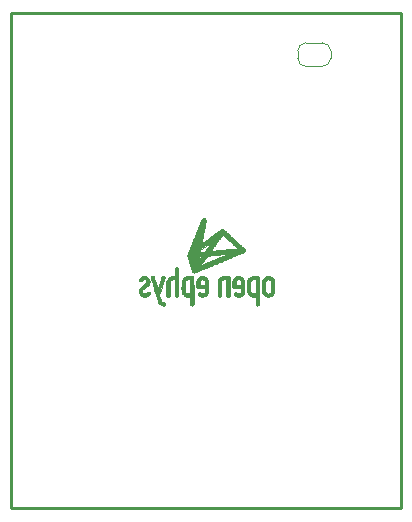
<source format=gbr>
%TF.GenerationSoftware,KiCad,Pcbnew,9.0.4*%
%TF.CreationDate,2025-09-11T17:12:04+01:00*%
%TF.ProjectId,OE PyBoard,4f452050-7942-46f6-9172-642e6b696361,rev?*%
%TF.SameCoordinates,Original*%
%TF.FileFunction,Legend,Bot*%
%TF.FilePolarity,Positive*%
%FSLAX46Y46*%
G04 Gerber Fmt 4.6, Leading zero omitted, Abs format (unit mm)*
G04 Created by KiCad (PCBNEW 9.0.4) date 2025-09-11 17:12:04*
%MOMM*%
%LPD*%
G01*
G04 APERTURE LIST*
G04 Aperture macros list*
%AMFreePoly0*
4,1,23,0.500000,-0.750000,0.000000,-0.750000,0.000000,-0.745722,-0.065263,-0.745722,-0.191342,-0.711940,-0.304381,-0.646677,-0.396677,-0.554381,-0.461940,-0.441342,-0.495722,-0.315263,-0.495722,-0.250000,-0.500000,-0.250000,-0.500000,0.250000,-0.495722,0.250000,-0.495722,0.315263,-0.461940,0.441342,-0.396677,0.554381,-0.304381,0.646677,-0.191342,0.711940,-0.065263,0.745722,0.000000,0.745722,
0.000000,0.750000,0.500000,0.750000,0.500000,-0.750000,0.500000,-0.750000,$1*%
%AMFreePoly1*
4,1,23,0.000000,0.745722,0.065263,0.745722,0.191342,0.711940,0.304381,0.646677,0.396677,0.554381,0.461940,0.441342,0.495722,0.315263,0.495722,0.250000,0.500000,0.250000,0.500000,-0.250000,0.495722,-0.250000,0.495722,-0.315263,0.461940,-0.441342,0.396677,-0.554381,0.304381,-0.646677,0.191342,-0.711940,0.065263,-0.745722,0.000000,-0.745722,0.000000,-0.750000,-0.500000,-0.750000,
-0.500000,0.750000,0.000000,0.750000,0.000000,0.745722,0.000000,0.745722,$1*%
G04 Aperture macros list end*
%ADD10C,0.100000*%
%ADD11FreePoly0,0.000000*%
%ADD12FreePoly1,0.000000*%
%ADD13C,1.700000*%
%ADD14R,1.700000X1.700000*%
%ADD15O,1.000000X1.800000*%
%ADD16O,1.000000X2.100000*%
%ADD17C,0.650000*%
%TA.AperFunction,Profile*%
%ADD18C,0.230000*%
%TD*%
G04 APERTURE END LIST*
D10*
%TO.C,JP2*%
X149984000Y-97439200D02*
X149984000Y-98039200D01*
X150684000Y-98739200D02*
X152084000Y-98739200D01*
X152084000Y-96739200D02*
X150684000Y-96739200D01*
X152784000Y-98039200D02*
X152784000Y-97439200D01*
X149984000Y-97439200D02*
G75*
G02*
X150684000Y-96739200I699999J1D01*
G01*
X150684000Y-98739200D02*
G75*
G02*
X149984000Y-98039200I-1J699999D01*
G01*
X152084000Y-96739200D02*
G75*
G02*
X152784000Y-97439200I0J-700000D01*
G01*
X152784000Y-98039200D02*
G75*
G02*
X152084000Y-98739200I-700000J0D01*
G01*
%TO.C,REF\u002A\u002A*%
X146707850Y-117743622D02*
X146707846Y-117768670D01*
X146707820Y-117914179D01*
X146707780Y-118046495D01*
X146707719Y-118166264D01*
X146707630Y-118274130D01*
X146707506Y-118370736D01*
X146707339Y-118456727D01*
X146707123Y-118532747D01*
X146706850Y-118599439D01*
X146706514Y-118657448D01*
X146706106Y-118707418D01*
X146705620Y-118749993D01*
X146705049Y-118785817D01*
X146704386Y-118815533D01*
X146703623Y-118839787D01*
X146702753Y-118859222D01*
X146701770Y-118874482D01*
X146700665Y-118886211D01*
X146699432Y-118895053D01*
X146698064Y-118901652D01*
X146696554Y-118906653D01*
X146694893Y-118910699D01*
X146682176Y-118933716D01*
X146662946Y-118954435D01*
X146634814Y-118972281D01*
X146634561Y-118972413D01*
X146610722Y-118979896D01*
X146579845Y-118983222D01*
X146548186Y-118982159D01*
X146521999Y-118976474D01*
X146496353Y-118961873D01*
X146469627Y-118935846D01*
X146449374Y-118903729D01*
X146446805Y-118897652D01*
X146444196Y-118889321D01*
X146442063Y-118878647D01*
X146440356Y-118864343D01*
X146439028Y-118845118D01*
X146438030Y-118819686D01*
X146437314Y-118786755D01*
X146436833Y-118745039D01*
X146436538Y-118693249D01*
X146436380Y-118630095D01*
X146436312Y-118554289D01*
X146436159Y-118232731D01*
X146277583Y-118229272D01*
X146277353Y-118229267D01*
X146217168Y-118227670D01*
X146168457Y-118225499D01*
X146128766Y-118222312D01*
X146095636Y-118217667D01*
X146066611Y-118211123D01*
X146039234Y-118202238D01*
X146011050Y-118190570D01*
X145979600Y-118175676D01*
X145913595Y-118137310D01*
X145849149Y-118085086D01*
X145794726Y-118023264D01*
X145750605Y-117952168D01*
X145717061Y-117872115D01*
X145700786Y-117823323D01*
X145700786Y-117363279D01*
X145700786Y-117154982D01*
X145969848Y-117154982D01*
X145969993Y-117216728D01*
X145970280Y-117290118D01*
X145970677Y-117376301D01*
X145972630Y-117788471D01*
X145989802Y-117823323D01*
X146002354Y-117845127D01*
X146033956Y-117883993D01*
X146072426Y-117916568D01*
X146113699Y-117939056D01*
X146125271Y-117943324D01*
X146140487Y-117947773D01*
X146157765Y-117951077D01*
X146179481Y-117953479D01*
X146208009Y-117955226D01*
X146245727Y-117956561D01*
X146295009Y-117957729D01*
X146436159Y-117960676D01*
X146436159Y-117366984D01*
X146436159Y-116773291D01*
X146288039Y-116775530D01*
X146245253Y-116776209D01*
X146206229Y-116777050D01*
X146177015Y-116778184D01*
X146155385Y-116779870D01*
X146139112Y-116782365D01*
X146125970Y-116785928D01*
X146113731Y-116790816D01*
X146100169Y-116797288D01*
X146078366Y-116809814D01*
X146038843Y-116842234D01*
X146005915Y-116882069D01*
X145983249Y-116925307D01*
X145983220Y-116925387D01*
X145980189Y-116933833D01*
X145977621Y-116942443D01*
X145975482Y-116952365D01*
X145973740Y-116964746D01*
X145972364Y-116980735D01*
X145971322Y-117001481D01*
X145970581Y-117028130D01*
X145970110Y-117061831D01*
X145969876Y-117103732D01*
X145969848Y-117154982D01*
X145700786Y-117154982D01*
X145700786Y-116903235D01*
X145720414Y-116847472D01*
X145726606Y-116830744D01*
X145763274Y-116754606D01*
X145810447Y-116686726D01*
X145867130Y-116628013D01*
X145932326Y-116579376D01*
X146005037Y-116541722D01*
X146084266Y-116515962D01*
X146087320Y-116515242D01*
X146104111Y-116511576D01*
X146120819Y-116508678D01*
X146139195Y-116506476D01*
X146160992Y-116504899D01*
X146187965Y-116503877D01*
X146221864Y-116503339D01*
X146264444Y-116503214D01*
X146317457Y-116503432D01*
X146382657Y-116503921D01*
X146621918Y-116505924D01*
X146650175Y-116524633D01*
X146673474Y-116545159D01*
X146693218Y-116573883D01*
X146708003Y-116604426D01*
X146707901Y-117366984D01*
X146707850Y-117743622D01*
G36*
X146707850Y-117743622D02*
G01*
X146707846Y-117768670D01*
X146707820Y-117914179D01*
X146707780Y-118046495D01*
X146707719Y-118166264D01*
X146707630Y-118274130D01*
X146707506Y-118370736D01*
X146707339Y-118456727D01*
X146707123Y-118532747D01*
X146706850Y-118599439D01*
X146706514Y-118657448D01*
X146706106Y-118707418D01*
X146705620Y-118749993D01*
X146705049Y-118785817D01*
X146704386Y-118815533D01*
X146703623Y-118839787D01*
X146702753Y-118859222D01*
X146701770Y-118874482D01*
X146700665Y-118886211D01*
X146699432Y-118895053D01*
X146698064Y-118901652D01*
X146696554Y-118906653D01*
X146694893Y-118910699D01*
X146682176Y-118933716D01*
X146662946Y-118954435D01*
X146634814Y-118972281D01*
X146634561Y-118972413D01*
X146610722Y-118979896D01*
X146579845Y-118983222D01*
X146548186Y-118982159D01*
X146521999Y-118976474D01*
X146496353Y-118961873D01*
X146469627Y-118935846D01*
X146449374Y-118903729D01*
X146446805Y-118897652D01*
X146444196Y-118889321D01*
X146442063Y-118878647D01*
X146440356Y-118864343D01*
X146439028Y-118845118D01*
X146438030Y-118819686D01*
X146437314Y-118786755D01*
X146436833Y-118745039D01*
X146436538Y-118693249D01*
X146436380Y-118630095D01*
X146436312Y-118554289D01*
X146436159Y-118232731D01*
X146277583Y-118229272D01*
X146277353Y-118229267D01*
X146217168Y-118227670D01*
X146168457Y-118225499D01*
X146128766Y-118222312D01*
X146095636Y-118217667D01*
X146066611Y-118211123D01*
X146039234Y-118202238D01*
X146011050Y-118190570D01*
X145979600Y-118175676D01*
X145913595Y-118137310D01*
X145849149Y-118085086D01*
X145794726Y-118023264D01*
X145750605Y-117952168D01*
X145717061Y-117872115D01*
X145700786Y-117823323D01*
X145700786Y-117363279D01*
X145700786Y-117154982D01*
X145969848Y-117154982D01*
X145969993Y-117216728D01*
X145970280Y-117290118D01*
X145970677Y-117376301D01*
X145972630Y-117788471D01*
X145989802Y-117823323D01*
X146002354Y-117845127D01*
X146033956Y-117883993D01*
X146072426Y-117916568D01*
X146113699Y-117939056D01*
X146125271Y-117943324D01*
X146140487Y-117947773D01*
X146157765Y-117951077D01*
X146179481Y-117953479D01*
X146208009Y-117955226D01*
X146245727Y-117956561D01*
X146295009Y-117957729D01*
X146436159Y-117960676D01*
X146436159Y-117366984D01*
X146436159Y-116773291D01*
X146288039Y-116775530D01*
X146245253Y-116776209D01*
X146206229Y-116777050D01*
X146177015Y-116778184D01*
X146155385Y-116779870D01*
X146139112Y-116782365D01*
X146125970Y-116785928D01*
X146113731Y-116790816D01*
X146100169Y-116797288D01*
X146078366Y-116809814D01*
X146038843Y-116842234D01*
X146005915Y-116882069D01*
X145983249Y-116925307D01*
X145983220Y-116925387D01*
X145980189Y-116933833D01*
X145977621Y-116942443D01*
X145975482Y-116952365D01*
X145973740Y-116964746D01*
X145972364Y-116980735D01*
X145971322Y-117001481D01*
X145970581Y-117028130D01*
X145970110Y-117061831D01*
X145969876Y-117103732D01*
X145969848Y-117154982D01*
X145700786Y-117154982D01*
X145700786Y-116903235D01*
X145720414Y-116847472D01*
X145726606Y-116830744D01*
X145763274Y-116754606D01*
X145810447Y-116686726D01*
X145867130Y-116628013D01*
X145932326Y-116579376D01*
X146005037Y-116541722D01*
X146084266Y-116515962D01*
X146087320Y-116515242D01*
X146104111Y-116511576D01*
X146120819Y-116508678D01*
X146139195Y-116506476D01*
X146160992Y-116504899D01*
X146187965Y-116503877D01*
X146221864Y-116503339D01*
X146264444Y-116503214D01*
X146317457Y-116503432D01*
X146382657Y-116503921D01*
X146621918Y-116505924D01*
X146650175Y-116524633D01*
X146673474Y-116545159D01*
X146693218Y-116573883D01*
X146708003Y-116604426D01*
X146707901Y-117366984D01*
X146707850Y-117743622D01*
G37*
X137033004Y-116491831D02*
X137082566Y-116498502D01*
X137123755Y-116508818D01*
X137128968Y-116510635D01*
X137200791Y-116543261D01*
X137267341Y-116587513D01*
X137326171Y-116641498D01*
X137374837Y-116703321D01*
X137387754Y-116724244D01*
X137420204Y-116793348D01*
X137440505Y-116866265D01*
X137448835Y-116941209D01*
X137445372Y-117016396D01*
X137430292Y-117090040D01*
X137403773Y-117160356D01*
X137365993Y-117225559D01*
X137317130Y-117283865D01*
X137310668Y-117289756D01*
X137291321Y-117305594D01*
X137263112Y-117327446D01*
X137227688Y-117354083D01*
X137186695Y-117384274D01*
X137141776Y-117416787D01*
X137094578Y-117450391D01*
X137066685Y-117470160D01*
X137020919Y-117502933D01*
X136978529Y-117533692D01*
X136941128Y-117561246D01*
X136910326Y-117584404D01*
X136887735Y-117601972D01*
X136874969Y-117612760D01*
X136871163Y-117616511D01*
X136841198Y-117656320D01*
X136821921Y-117702468D01*
X136813848Y-117752017D01*
X136817495Y-117802029D01*
X136833378Y-117849566D01*
X136846073Y-117872107D01*
X136879898Y-117912724D01*
X136921829Y-117943097D01*
X136970034Y-117962076D01*
X137022685Y-117968512D01*
X137039914Y-117967956D01*
X137080774Y-117961598D01*
X137117787Y-117947125D01*
X137153013Y-117923261D01*
X137188516Y-117888725D01*
X137226357Y-117842239D01*
X137247775Y-117821385D01*
X137279814Y-117805455D01*
X137316104Y-117798942D01*
X137353632Y-117801575D01*
X137389380Y-117813086D01*
X137420332Y-117833204D01*
X137443473Y-117861660D01*
X137448431Y-117871125D01*
X137461211Y-117910062D01*
X137461388Y-117949625D01*
X137448800Y-117991208D01*
X137423287Y-118036203D01*
X137383887Y-118085679D01*
X137327063Y-118137726D01*
X137261165Y-118181216D01*
X137187979Y-118215001D01*
X137109290Y-118237932D01*
X137098708Y-118239542D01*
X137072384Y-118241490D01*
X137039658Y-118242292D01*
X137005259Y-118241772D01*
X136949517Y-118237127D01*
X136877486Y-118221642D01*
X136811094Y-118194892D01*
X136748287Y-118155989D01*
X136687010Y-118104043D01*
X136644730Y-118058160D01*
X136599633Y-117992112D01*
X136566996Y-117920762D01*
X136547181Y-117845193D01*
X136540548Y-117766493D01*
X136547461Y-117685745D01*
X136566369Y-117606537D01*
X136596577Y-117532170D01*
X136637745Y-117465951D01*
X136690186Y-117407268D01*
X136690508Y-117406964D01*
X136707122Y-117392764D01*
X136733238Y-117372196D01*
X136766908Y-117346718D01*
X136806181Y-117317785D01*
X136849106Y-117286851D01*
X136893733Y-117255373D01*
X136950090Y-117216032D01*
X136998825Y-117181849D01*
X137038311Y-117153825D01*
X137069670Y-117131044D01*
X137094028Y-117112589D01*
X137112506Y-117097543D01*
X137126231Y-117084989D01*
X137136324Y-117074010D01*
X137143909Y-117063690D01*
X137150112Y-117053113D01*
X137156054Y-117041360D01*
X137162998Y-117025519D01*
X137175077Y-116976875D01*
X137174375Y-116928513D01*
X137161616Y-116882389D01*
X137137526Y-116840464D01*
X137102829Y-116804694D01*
X137058249Y-116777038D01*
X137018400Y-116764062D01*
X136968536Y-116761274D01*
X136914166Y-116771548D01*
X136912657Y-116771998D01*
X136898186Y-116776877D01*
X136885188Y-116783052D01*
X136871885Y-116792053D01*
X136856499Y-116805410D01*
X136837251Y-116824653D01*
X136812362Y-116851312D01*
X136780053Y-116886916D01*
X136767501Y-116898977D01*
X136735604Y-116917687D01*
X136700632Y-116925335D01*
X136664837Y-116922864D01*
X136630473Y-116911216D01*
X136599794Y-116891333D01*
X136575054Y-116864160D01*
X136558507Y-116830638D01*
X136552406Y-116791709D01*
X136553225Y-116777670D01*
X136564119Y-116736930D01*
X136586451Y-116694974D01*
X136618651Y-116653242D01*
X136659146Y-116613173D01*
X136706365Y-116576208D01*
X136758735Y-116543787D01*
X136814685Y-116517350D01*
X136872642Y-116498337D01*
X136884148Y-116495777D01*
X136928788Y-116490260D01*
X136980075Y-116489014D01*
X137033004Y-116491831D01*
G36*
X137033004Y-116491831D02*
G01*
X137082566Y-116498502D01*
X137123755Y-116508818D01*
X137128968Y-116510635D01*
X137200791Y-116543261D01*
X137267341Y-116587513D01*
X137326171Y-116641498D01*
X137374837Y-116703321D01*
X137387754Y-116724244D01*
X137420204Y-116793348D01*
X137440505Y-116866265D01*
X137448835Y-116941209D01*
X137445372Y-117016396D01*
X137430292Y-117090040D01*
X137403773Y-117160356D01*
X137365993Y-117225559D01*
X137317130Y-117283865D01*
X137310668Y-117289756D01*
X137291321Y-117305594D01*
X137263112Y-117327446D01*
X137227688Y-117354083D01*
X137186695Y-117384274D01*
X137141776Y-117416787D01*
X137094578Y-117450391D01*
X137066685Y-117470160D01*
X137020919Y-117502933D01*
X136978529Y-117533692D01*
X136941128Y-117561246D01*
X136910326Y-117584404D01*
X136887735Y-117601972D01*
X136874969Y-117612760D01*
X136871163Y-117616511D01*
X136841198Y-117656320D01*
X136821921Y-117702468D01*
X136813848Y-117752017D01*
X136817495Y-117802029D01*
X136833378Y-117849566D01*
X136846073Y-117872107D01*
X136879898Y-117912724D01*
X136921829Y-117943097D01*
X136970034Y-117962076D01*
X137022685Y-117968512D01*
X137039914Y-117967956D01*
X137080774Y-117961598D01*
X137117787Y-117947125D01*
X137153013Y-117923261D01*
X137188516Y-117888725D01*
X137226357Y-117842239D01*
X137247775Y-117821385D01*
X137279814Y-117805455D01*
X137316104Y-117798942D01*
X137353632Y-117801575D01*
X137389380Y-117813086D01*
X137420332Y-117833204D01*
X137443473Y-117861660D01*
X137448431Y-117871125D01*
X137461211Y-117910062D01*
X137461388Y-117949625D01*
X137448800Y-117991208D01*
X137423287Y-118036203D01*
X137383887Y-118085679D01*
X137327063Y-118137726D01*
X137261165Y-118181216D01*
X137187979Y-118215001D01*
X137109290Y-118237932D01*
X137098708Y-118239542D01*
X137072384Y-118241490D01*
X137039658Y-118242292D01*
X137005259Y-118241772D01*
X136949517Y-118237127D01*
X136877486Y-118221642D01*
X136811094Y-118194892D01*
X136748287Y-118155989D01*
X136687010Y-118104043D01*
X136644730Y-118058160D01*
X136599633Y-117992112D01*
X136566996Y-117920762D01*
X136547181Y-117845193D01*
X136540548Y-117766493D01*
X136547461Y-117685745D01*
X136566369Y-117606537D01*
X136596577Y-117532170D01*
X136637745Y-117465951D01*
X136690186Y-117407268D01*
X136690508Y-117406964D01*
X136707122Y-117392764D01*
X136733238Y-117372196D01*
X136766908Y-117346718D01*
X136806181Y-117317785D01*
X136849106Y-117286851D01*
X136893733Y-117255373D01*
X136950090Y-117216032D01*
X136998825Y-117181849D01*
X137038311Y-117153825D01*
X137069670Y-117131044D01*
X137094028Y-117112589D01*
X137112506Y-117097543D01*
X137126231Y-117084989D01*
X137136324Y-117074010D01*
X137143909Y-117063690D01*
X137150112Y-117053113D01*
X137156054Y-117041360D01*
X137162998Y-117025519D01*
X137175077Y-116976875D01*
X137174375Y-116928513D01*
X137161616Y-116882389D01*
X137137526Y-116840464D01*
X137102829Y-116804694D01*
X137058249Y-116777038D01*
X137018400Y-116764062D01*
X136968536Y-116761274D01*
X136914166Y-116771548D01*
X136912657Y-116771998D01*
X136898186Y-116776877D01*
X136885188Y-116783052D01*
X136871885Y-116792053D01*
X136856499Y-116805410D01*
X136837251Y-116824653D01*
X136812362Y-116851312D01*
X136780053Y-116886916D01*
X136767501Y-116898977D01*
X136735604Y-116917687D01*
X136700632Y-116925335D01*
X136664837Y-116922864D01*
X136630473Y-116911216D01*
X136599794Y-116891333D01*
X136575054Y-116864160D01*
X136558507Y-116830638D01*
X136552406Y-116791709D01*
X136553225Y-116777670D01*
X136564119Y-116736930D01*
X136586451Y-116694974D01*
X136618651Y-116653242D01*
X136659146Y-116613173D01*
X136706365Y-116576208D01*
X136758735Y-116543787D01*
X136814685Y-116517350D01*
X136872642Y-116498337D01*
X136884148Y-116495777D01*
X136928788Y-116490260D01*
X136980075Y-116489014D01*
X137033004Y-116491831D01*
G37*
X147989070Y-117338575D02*
X147989413Y-117413605D01*
X147989703Y-117494601D01*
X147989824Y-117563702D01*
X147989756Y-117622038D01*
X147989477Y-117670741D01*
X147988968Y-117710939D01*
X147988206Y-117743763D01*
X147987172Y-117770345D01*
X147985844Y-117791813D01*
X147984202Y-117809299D01*
X147982225Y-117823933D01*
X147979892Y-117836845D01*
X147972107Y-117869641D01*
X147944198Y-117946747D01*
X147904841Y-118017387D01*
X147855163Y-118080450D01*
X147796293Y-118134825D01*
X147729359Y-118179401D01*
X147655489Y-118213067D01*
X147575813Y-118234712D01*
X147538664Y-118240174D01*
X147456758Y-118242530D01*
X147375753Y-118232041D01*
X147297885Y-118209094D01*
X147225386Y-118174077D01*
X147182178Y-118144623D01*
X147126217Y-118094436D01*
X147076358Y-118035711D01*
X147035102Y-117971505D01*
X147004957Y-117904877D01*
X147000196Y-117890940D01*
X146994260Y-117871112D01*
X146989215Y-117850136D01*
X146985001Y-117826851D01*
X146981558Y-117800093D01*
X146978824Y-117768699D01*
X146976739Y-117731506D01*
X146975242Y-117687352D01*
X146974271Y-117635074D01*
X146973767Y-117573508D01*
X146973668Y-117501491D01*
X146973913Y-117417862D01*
X146974409Y-117327478D01*
X147244755Y-117327478D01*
X147244797Y-117395418D01*
X147245042Y-117462669D01*
X147245488Y-117527574D01*
X147246133Y-117588477D01*
X147246977Y-117643722D01*
X147248016Y-117691652D01*
X147249250Y-117730611D01*
X147250677Y-117758943D01*
X147252295Y-117774993D01*
X147252692Y-117777113D01*
X147269933Y-117832548D01*
X147298626Y-117880414D01*
X147338023Y-117919745D01*
X147387375Y-117949577D01*
X147403350Y-117956075D01*
X147454103Y-117967886D01*
X147506980Y-117968715D01*
X147558172Y-117958761D01*
X147603869Y-117938226D01*
X147604845Y-117937616D01*
X147633312Y-117915239D01*
X147661641Y-117885560D01*
X147685824Y-117853287D01*
X147701855Y-117823126D01*
X147703967Y-117817341D01*
X147706419Y-117809080D01*
X147708487Y-117799165D01*
X147710205Y-117786477D01*
X147711604Y-117769902D01*
X147712716Y-117748320D01*
X147713575Y-117720617D01*
X147714213Y-117685674D01*
X147714662Y-117642375D01*
X147714955Y-117589603D01*
X147715124Y-117526241D01*
X147715202Y-117451172D01*
X147715220Y-117363279D01*
X147715220Y-116938087D01*
X147696852Y-116898913D01*
X147671076Y-116854763D01*
X147633214Y-116813379D01*
X147587388Y-116783204D01*
X147577621Y-116778542D01*
X147558236Y-116770826D01*
X147538893Y-116766375D01*
X147514937Y-116764338D01*
X147481713Y-116763861D01*
X147465518Y-116763949D01*
X147437282Y-116765002D01*
X147416605Y-116767895D01*
X147399087Y-116773434D01*
X147380325Y-116782425D01*
X147334026Y-116813222D01*
X147295043Y-116854450D01*
X147267359Y-116903598D01*
X147251496Y-116959943D01*
X147250269Y-116971707D01*
X147248847Y-116998101D01*
X147247639Y-117035399D01*
X147246644Y-117081944D01*
X147245860Y-117136081D01*
X147245284Y-117196153D01*
X147244916Y-117260504D01*
X147244755Y-117327478D01*
X146974409Y-117327478D01*
X146974442Y-117321457D01*
X146974777Y-117269327D01*
X146975317Y-117191455D01*
X146975866Y-117125611D01*
X146976468Y-117070589D01*
X146977170Y-117025187D01*
X146978018Y-116988202D01*
X146979058Y-116958431D01*
X146980335Y-116934669D01*
X146981895Y-116915715D01*
X146983784Y-116900363D01*
X146986048Y-116887412D01*
X146988733Y-116875658D01*
X146991885Y-116863897D01*
X146995763Y-116850667D01*
X147026549Y-116772593D01*
X147068079Y-116702201D01*
X147119250Y-116640341D01*
X147178958Y-116587856D01*
X147246099Y-116545595D01*
X147319570Y-116514404D01*
X147398267Y-116495130D01*
X147481085Y-116488619D01*
X147559568Y-116493642D01*
X147637217Y-116510259D01*
X147708621Y-116538920D01*
X147774837Y-116580060D01*
X147836924Y-116634110D01*
X147873390Y-116673282D01*
X147912798Y-116725047D01*
X147943475Y-116779437D01*
X147967996Y-116840502D01*
X147986909Y-116896265D01*
X147987113Y-116938087D01*
X147989070Y-117338575D01*
G36*
X147989070Y-117338575D02*
G01*
X147989413Y-117413605D01*
X147989703Y-117494601D01*
X147989824Y-117563702D01*
X147989756Y-117622038D01*
X147989477Y-117670741D01*
X147988968Y-117710939D01*
X147988206Y-117743763D01*
X147987172Y-117770345D01*
X147985844Y-117791813D01*
X147984202Y-117809299D01*
X147982225Y-117823933D01*
X147979892Y-117836845D01*
X147972107Y-117869641D01*
X147944198Y-117946747D01*
X147904841Y-118017387D01*
X147855163Y-118080450D01*
X147796293Y-118134825D01*
X147729359Y-118179401D01*
X147655489Y-118213067D01*
X147575813Y-118234712D01*
X147538664Y-118240174D01*
X147456758Y-118242530D01*
X147375753Y-118232041D01*
X147297885Y-118209094D01*
X147225386Y-118174077D01*
X147182178Y-118144623D01*
X147126217Y-118094436D01*
X147076358Y-118035711D01*
X147035102Y-117971505D01*
X147004957Y-117904877D01*
X147000196Y-117890940D01*
X146994260Y-117871112D01*
X146989215Y-117850136D01*
X146985001Y-117826851D01*
X146981558Y-117800093D01*
X146978824Y-117768699D01*
X146976739Y-117731506D01*
X146975242Y-117687352D01*
X146974271Y-117635074D01*
X146973767Y-117573508D01*
X146973668Y-117501491D01*
X146973913Y-117417862D01*
X146974409Y-117327478D01*
X147244755Y-117327478D01*
X147244797Y-117395418D01*
X147245042Y-117462669D01*
X147245488Y-117527574D01*
X147246133Y-117588477D01*
X147246977Y-117643722D01*
X147248016Y-117691652D01*
X147249250Y-117730611D01*
X147250677Y-117758943D01*
X147252295Y-117774993D01*
X147252692Y-117777113D01*
X147269933Y-117832548D01*
X147298626Y-117880414D01*
X147338023Y-117919745D01*
X147387375Y-117949577D01*
X147403350Y-117956075D01*
X147454103Y-117967886D01*
X147506980Y-117968715D01*
X147558172Y-117958761D01*
X147603869Y-117938226D01*
X147604845Y-117937616D01*
X147633312Y-117915239D01*
X147661641Y-117885560D01*
X147685824Y-117853287D01*
X147701855Y-117823126D01*
X147703967Y-117817341D01*
X147706419Y-117809080D01*
X147708487Y-117799165D01*
X147710205Y-117786477D01*
X147711604Y-117769902D01*
X147712716Y-117748320D01*
X147713575Y-117720617D01*
X147714213Y-117685674D01*
X147714662Y-117642375D01*
X147714955Y-117589603D01*
X147715124Y-117526241D01*
X147715202Y-117451172D01*
X147715220Y-117363279D01*
X147715220Y-116938087D01*
X147696852Y-116898913D01*
X147671076Y-116854763D01*
X147633214Y-116813379D01*
X147587388Y-116783204D01*
X147577621Y-116778542D01*
X147558236Y-116770826D01*
X147538893Y-116766375D01*
X147514937Y-116764338D01*
X147481713Y-116763861D01*
X147465518Y-116763949D01*
X147437282Y-116765002D01*
X147416605Y-116767895D01*
X147399087Y-116773434D01*
X147380325Y-116782425D01*
X147334026Y-116813222D01*
X147295043Y-116854450D01*
X147267359Y-116903598D01*
X147251496Y-116959943D01*
X147250269Y-116971707D01*
X147248847Y-116998101D01*
X147247639Y-117035399D01*
X147246644Y-117081944D01*
X147245860Y-117136081D01*
X147245284Y-117196153D01*
X147244916Y-117260504D01*
X147244755Y-117327478D01*
X146974409Y-117327478D01*
X146974442Y-117321457D01*
X146974777Y-117269327D01*
X146975317Y-117191455D01*
X146975866Y-117125611D01*
X146976468Y-117070589D01*
X146977170Y-117025187D01*
X146978018Y-116988202D01*
X146979058Y-116958431D01*
X146980335Y-116934669D01*
X146981895Y-116915715D01*
X146983784Y-116900363D01*
X146986048Y-116887412D01*
X146988733Y-116875658D01*
X146991885Y-116863897D01*
X146995763Y-116850667D01*
X147026549Y-116772593D01*
X147068079Y-116702201D01*
X147119250Y-116640341D01*
X147178958Y-116587856D01*
X147246099Y-116545595D01*
X147319570Y-116514404D01*
X147398267Y-116495130D01*
X147481085Y-116488619D01*
X147559568Y-116493642D01*
X147637217Y-116510259D01*
X147708621Y-116538920D01*
X147774837Y-116580060D01*
X147836924Y-116634110D01*
X147873390Y-116673282D01*
X147912798Y-116725047D01*
X147943475Y-116779437D01*
X147967996Y-116840502D01*
X147986909Y-116896265D01*
X147987113Y-116938087D01*
X147989070Y-117338575D01*
G37*
X139788675Y-115749713D02*
X139822634Y-115765787D01*
X139851607Y-115791858D01*
X139873230Y-115827928D01*
X139873978Y-115830002D01*
X139875320Y-115835595D01*
X139876539Y-115843822D01*
X139877639Y-115855312D01*
X139878627Y-115870691D01*
X139879509Y-115890589D01*
X139880290Y-115915634D01*
X139880975Y-115946454D01*
X139881571Y-115983676D01*
X139882084Y-116027930D01*
X139882518Y-116079843D01*
X139882881Y-116140043D01*
X139883176Y-116209159D01*
X139883411Y-116287818D01*
X139883591Y-116376649D01*
X139883722Y-116476281D01*
X139883809Y-116587340D01*
X139883858Y-116710456D01*
X139883875Y-116846256D01*
X139883865Y-116995368D01*
X139883860Y-117030655D01*
X139883834Y-117175403D01*
X139883793Y-117307001D01*
X139883731Y-117426094D01*
X139883641Y-117533324D01*
X139883516Y-117629336D01*
X139883348Y-117714773D01*
X139883130Y-117790279D01*
X139882855Y-117856496D01*
X139882516Y-117914068D01*
X139882106Y-117963640D01*
X139881618Y-118005853D01*
X139881044Y-118041352D01*
X139880377Y-118070780D01*
X139879610Y-118094781D01*
X139878736Y-118113998D01*
X139877748Y-118129074D01*
X139876639Y-118140654D01*
X139875401Y-118149379D01*
X139874027Y-118155895D01*
X139872511Y-118160844D01*
X139870844Y-118164870D01*
X139859858Y-118184850D01*
X139832279Y-118215130D01*
X139795807Y-118234862D01*
X139758346Y-118243013D01*
X139717234Y-118240271D01*
X139679780Y-118225739D01*
X139648342Y-118200381D01*
X139625276Y-118165159D01*
X139624837Y-118164176D01*
X139622769Y-118158826D01*
X139620944Y-118152230D01*
X139619347Y-118143543D01*
X139617963Y-118131917D01*
X139616776Y-118116506D01*
X139615771Y-118096464D01*
X139614933Y-118070944D01*
X139614245Y-118039101D01*
X139613693Y-118000088D01*
X139613261Y-117953058D01*
X139612934Y-117897165D01*
X139612696Y-117831564D01*
X139612532Y-117755407D01*
X139612426Y-117667848D01*
X139612363Y-117568041D01*
X139612327Y-117455140D01*
X139612174Y-116773291D01*
X139464054Y-116775530D01*
X139448160Y-116775776D01*
X139402006Y-116776643D01*
X139366948Y-116777712D01*
X139340787Y-116779204D01*
X139321320Y-116781337D01*
X139306348Y-116784332D01*
X139293669Y-116788408D01*
X139281082Y-116793785D01*
X139272055Y-116798254D01*
X139231631Y-116825787D01*
X139195254Y-116862160D01*
X139167227Y-116903235D01*
X139148645Y-116938087D01*
X139145160Y-117541023D01*
X139141675Y-118143959D01*
X139122515Y-118176551D01*
X139100611Y-118203919D01*
X139068648Y-118227126D01*
X139032331Y-118240952D01*
X138995575Y-118243339D01*
X138954256Y-118233291D01*
X138918614Y-118211754D01*
X138890742Y-118178733D01*
X138869831Y-118145065D01*
X138867796Y-117590368D01*
X138867792Y-117589133D01*
X138867431Y-117477765D01*
X138867239Y-117379369D01*
X138867253Y-117292987D01*
X138867513Y-117217660D01*
X138868055Y-117152431D01*
X138868918Y-117096342D01*
X138870140Y-117048434D01*
X138871758Y-117007749D01*
X138873812Y-116973329D01*
X138876339Y-116944217D01*
X138879376Y-116919453D01*
X138882963Y-116898080D01*
X138887137Y-116879140D01*
X138891936Y-116861674D01*
X138897398Y-116844725D01*
X138924025Y-116781127D01*
X138966746Y-116710907D01*
X139020162Y-116648787D01*
X139083393Y-116595614D01*
X139155557Y-116552234D01*
X139235775Y-116519494D01*
X139242993Y-116517337D01*
X139259557Y-116513622D01*
X139280211Y-116510707D01*
X139306928Y-116508447D01*
X139341675Y-116506696D01*
X139386424Y-116505308D01*
X139443143Y-116504137D01*
X139612174Y-116501173D01*
X139612174Y-116177460D01*
X139612213Y-116110929D01*
X139612381Y-116044349D01*
X139612716Y-115989431D01*
X139613258Y-115944941D01*
X139614043Y-115909645D01*
X139615111Y-115882311D01*
X139616498Y-115861706D01*
X139618244Y-115846595D01*
X139620386Y-115835747D01*
X139622962Y-115827928D01*
X139626884Y-115819306D01*
X139650291Y-115785392D01*
X139680539Y-115761476D01*
X139715263Y-115747557D01*
X139752096Y-115743636D01*
X139788675Y-115749713D01*
G36*
X139788675Y-115749713D02*
G01*
X139822634Y-115765787D01*
X139851607Y-115791858D01*
X139873230Y-115827928D01*
X139873978Y-115830002D01*
X139875320Y-115835595D01*
X139876539Y-115843822D01*
X139877639Y-115855312D01*
X139878627Y-115870691D01*
X139879509Y-115890589D01*
X139880290Y-115915634D01*
X139880975Y-115946454D01*
X139881571Y-115983676D01*
X139882084Y-116027930D01*
X139882518Y-116079843D01*
X139882881Y-116140043D01*
X139883176Y-116209159D01*
X139883411Y-116287818D01*
X139883591Y-116376649D01*
X139883722Y-116476281D01*
X139883809Y-116587340D01*
X139883858Y-116710456D01*
X139883875Y-116846256D01*
X139883865Y-116995368D01*
X139883860Y-117030655D01*
X139883834Y-117175403D01*
X139883793Y-117307001D01*
X139883731Y-117426094D01*
X139883641Y-117533324D01*
X139883516Y-117629336D01*
X139883348Y-117714773D01*
X139883130Y-117790279D01*
X139882855Y-117856496D01*
X139882516Y-117914068D01*
X139882106Y-117963640D01*
X139881618Y-118005853D01*
X139881044Y-118041352D01*
X139880377Y-118070780D01*
X139879610Y-118094781D01*
X139878736Y-118113998D01*
X139877748Y-118129074D01*
X139876639Y-118140654D01*
X139875401Y-118149379D01*
X139874027Y-118155895D01*
X139872511Y-118160844D01*
X139870844Y-118164870D01*
X139859858Y-118184850D01*
X139832279Y-118215130D01*
X139795807Y-118234862D01*
X139758346Y-118243013D01*
X139717234Y-118240271D01*
X139679780Y-118225739D01*
X139648342Y-118200381D01*
X139625276Y-118165159D01*
X139624837Y-118164176D01*
X139622769Y-118158826D01*
X139620944Y-118152230D01*
X139619347Y-118143543D01*
X139617963Y-118131917D01*
X139616776Y-118116506D01*
X139615771Y-118096464D01*
X139614933Y-118070944D01*
X139614245Y-118039101D01*
X139613693Y-118000088D01*
X139613261Y-117953058D01*
X139612934Y-117897165D01*
X139612696Y-117831564D01*
X139612532Y-117755407D01*
X139612426Y-117667848D01*
X139612363Y-117568041D01*
X139612327Y-117455140D01*
X139612174Y-116773291D01*
X139464054Y-116775530D01*
X139448160Y-116775776D01*
X139402006Y-116776643D01*
X139366948Y-116777712D01*
X139340787Y-116779204D01*
X139321320Y-116781337D01*
X139306348Y-116784332D01*
X139293669Y-116788408D01*
X139281082Y-116793785D01*
X139272055Y-116798254D01*
X139231631Y-116825787D01*
X139195254Y-116862160D01*
X139167227Y-116903235D01*
X139148645Y-116938087D01*
X139145160Y-117541023D01*
X139141675Y-118143959D01*
X139122515Y-118176551D01*
X139100611Y-118203919D01*
X139068648Y-118227126D01*
X139032331Y-118240952D01*
X138995575Y-118243339D01*
X138954256Y-118233291D01*
X138918614Y-118211754D01*
X138890742Y-118178733D01*
X138869831Y-118145065D01*
X138867796Y-117590368D01*
X138867792Y-117589133D01*
X138867431Y-117477765D01*
X138867239Y-117379369D01*
X138867253Y-117292987D01*
X138867513Y-117217660D01*
X138868055Y-117152431D01*
X138868918Y-117096342D01*
X138870140Y-117048434D01*
X138871758Y-117007749D01*
X138873812Y-116973329D01*
X138876339Y-116944217D01*
X138879376Y-116919453D01*
X138882963Y-116898080D01*
X138887137Y-116879140D01*
X138891936Y-116861674D01*
X138897398Y-116844725D01*
X138924025Y-116781127D01*
X138966746Y-116710907D01*
X139020162Y-116648787D01*
X139083393Y-116595614D01*
X139155557Y-116552234D01*
X139235775Y-116519494D01*
X139242993Y-116517337D01*
X139259557Y-116513622D01*
X139280211Y-116510707D01*
X139306928Y-116508447D01*
X139341675Y-116506696D01*
X139386424Y-116505308D01*
X139443143Y-116504137D01*
X139612174Y-116501173D01*
X139612174Y-116177460D01*
X139612213Y-116110929D01*
X139612381Y-116044349D01*
X139612716Y-115989431D01*
X139613258Y-115944941D01*
X139614043Y-115909645D01*
X139615111Y-115882311D01*
X139616498Y-115861706D01*
X139618244Y-115846595D01*
X139620386Y-115835747D01*
X139622962Y-115827928D01*
X139626884Y-115819306D01*
X139650291Y-115785392D01*
X139680539Y-115761476D01*
X139715263Y-115747557D01*
X139752096Y-115743636D01*
X139788675Y-115749713D01*
G37*
X143895984Y-116503891D02*
X144133499Y-116505924D01*
X144162463Y-116525101D01*
X144170051Y-116530695D01*
X144190629Y-116550786D01*
X144205594Y-116572047D01*
X144205895Y-116572638D01*
X144208059Y-116577153D01*
X144209982Y-116582204D01*
X144211678Y-116588580D01*
X144213157Y-116597070D01*
X144214433Y-116608461D01*
X144215516Y-116623542D01*
X144216420Y-116643102D01*
X144217155Y-116667930D01*
X144217735Y-116698813D01*
X144218171Y-116736540D01*
X144218476Y-116781901D01*
X144218660Y-116835682D01*
X144218737Y-116898673D01*
X144218719Y-116971662D01*
X144218617Y-117055438D01*
X144218443Y-117150789D01*
X144218210Y-117258504D01*
X144217930Y-117379371D01*
X144216098Y-118158925D01*
X144198672Y-118184670D01*
X144193423Y-118191499D01*
X144172035Y-118211596D01*
X144146395Y-118228246D01*
X144140955Y-118230880D01*
X144100981Y-118242212D01*
X144060758Y-118241124D01*
X144023005Y-118228467D01*
X143990441Y-118205090D01*
X143965786Y-118171841D01*
X143965708Y-118171691D01*
X143963317Y-118166905D01*
X143961203Y-118161700D01*
X143959345Y-118155230D01*
X143957724Y-118146650D01*
X143956321Y-118135116D01*
X143955115Y-118119782D01*
X143954089Y-118099803D01*
X143953222Y-118074334D01*
X143952495Y-118042529D01*
X143951888Y-118003545D01*
X143951382Y-117956536D01*
X143950958Y-117900656D01*
X143950596Y-117835061D01*
X143950277Y-117758906D01*
X143949981Y-117671345D01*
X143949689Y-117571533D01*
X143949381Y-117458626D01*
X143947538Y-116773294D01*
X143799518Y-116775531D01*
X143757981Y-116776190D01*
X143718649Y-116777031D01*
X143689192Y-116778160D01*
X143667386Y-116779832D01*
X143651006Y-116782305D01*
X143637828Y-116785833D01*
X143625626Y-116790672D01*
X143612176Y-116797080D01*
X143602065Y-116802433D01*
X143560982Y-116832142D01*
X143525294Y-116870275D01*
X143499272Y-116912466D01*
X143499206Y-116912610D01*
X143496579Y-116918487D01*
X143494272Y-116924624D01*
X143492260Y-116931932D01*
X143490514Y-116941322D01*
X143489009Y-116953709D01*
X143487718Y-116970002D01*
X143486614Y-116991116D01*
X143485671Y-117017960D01*
X143484863Y-117051449D01*
X143484161Y-117092493D01*
X143483541Y-117142005D01*
X143482976Y-117200898D01*
X143482438Y-117270082D01*
X143481901Y-117350471D01*
X143481339Y-117442975D01*
X143480725Y-117548509D01*
X143477240Y-118151960D01*
X143458541Y-118180211D01*
X143439479Y-118203644D01*
X143406059Y-118228432D01*
X143368266Y-118241563D01*
X143328490Y-118242715D01*
X143289121Y-118231570D01*
X143252552Y-118207806D01*
X143250662Y-118206163D01*
X143243384Y-118199971D01*
X143237002Y-118194149D01*
X143231457Y-118187802D01*
X143226692Y-118180036D01*
X143222648Y-118169957D01*
X143219265Y-118156669D01*
X143216487Y-118139280D01*
X143214253Y-118116893D01*
X143212505Y-118088616D01*
X143211185Y-118053553D01*
X143210235Y-118010810D01*
X143209595Y-117959493D01*
X143209207Y-117898707D01*
X143209012Y-117827559D01*
X143208952Y-117745152D01*
X143208968Y-117650594D01*
X143209002Y-117542989D01*
X143209008Y-117510247D01*
X143209029Y-117404083D01*
X143209102Y-117310632D01*
X143209291Y-117228938D01*
X143209662Y-117158047D01*
X143210279Y-117097002D01*
X143211207Y-117044848D01*
X143212512Y-117000630D01*
X143214257Y-116963393D01*
X143216509Y-116932180D01*
X143219332Y-116906038D01*
X143222790Y-116884010D01*
X143226949Y-116865140D01*
X143231874Y-116848474D01*
X143237630Y-116833057D01*
X143244281Y-116817932D01*
X143251893Y-116802144D01*
X143260530Y-116784739D01*
X143264018Y-116777811D01*
X143308305Y-116705928D01*
X143362360Y-116643858D01*
X143425777Y-116592000D01*
X143498151Y-116550752D01*
X143501845Y-116549033D01*
X143528700Y-116537043D01*
X143553652Y-116527267D01*
X143578463Y-116519498D01*
X143604892Y-116513529D01*
X143634698Y-116509151D01*
X143669641Y-116506159D01*
X143711481Y-116504344D01*
X143761979Y-116503499D01*
X143822893Y-116503417D01*
X143895984Y-116503891D01*
G36*
X143895984Y-116503891D02*
G01*
X144133499Y-116505924D01*
X144162463Y-116525101D01*
X144170051Y-116530695D01*
X144190629Y-116550786D01*
X144205594Y-116572047D01*
X144205895Y-116572638D01*
X144208059Y-116577153D01*
X144209982Y-116582204D01*
X144211678Y-116588580D01*
X144213157Y-116597070D01*
X144214433Y-116608461D01*
X144215516Y-116623542D01*
X144216420Y-116643102D01*
X144217155Y-116667930D01*
X144217735Y-116698813D01*
X144218171Y-116736540D01*
X144218476Y-116781901D01*
X144218660Y-116835682D01*
X144218737Y-116898673D01*
X144218719Y-116971662D01*
X144218617Y-117055438D01*
X144218443Y-117150789D01*
X144218210Y-117258504D01*
X144217930Y-117379371D01*
X144216098Y-118158925D01*
X144198672Y-118184670D01*
X144193423Y-118191499D01*
X144172035Y-118211596D01*
X144146395Y-118228246D01*
X144140955Y-118230880D01*
X144100981Y-118242212D01*
X144060758Y-118241124D01*
X144023005Y-118228467D01*
X143990441Y-118205090D01*
X143965786Y-118171841D01*
X143965708Y-118171691D01*
X143963317Y-118166905D01*
X143961203Y-118161700D01*
X143959345Y-118155230D01*
X143957724Y-118146650D01*
X143956321Y-118135116D01*
X143955115Y-118119782D01*
X143954089Y-118099803D01*
X143953222Y-118074334D01*
X143952495Y-118042529D01*
X143951888Y-118003545D01*
X143951382Y-117956536D01*
X143950958Y-117900656D01*
X143950596Y-117835061D01*
X143950277Y-117758906D01*
X143949981Y-117671345D01*
X143949689Y-117571533D01*
X143949381Y-117458626D01*
X143947538Y-116773294D01*
X143799518Y-116775531D01*
X143757981Y-116776190D01*
X143718649Y-116777031D01*
X143689192Y-116778160D01*
X143667386Y-116779832D01*
X143651006Y-116782305D01*
X143637828Y-116785833D01*
X143625626Y-116790672D01*
X143612176Y-116797080D01*
X143602065Y-116802433D01*
X143560982Y-116832142D01*
X143525294Y-116870275D01*
X143499272Y-116912466D01*
X143499206Y-116912610D01*
X143496579Y-116918487D01*
X143494272Y-116924624D01*
X143492260Y-116931932D01*
X143490514Y-116941322D01*
X143489009Y-116953709D01*
X143487718Y-116970002D01*
X143486614Y-116991116D01*
X143485671Y-117017960D01*
X143484863Y-117051449D01*
X143484161Y-117092493D01*
X143483541Y-117142005D01*
X143482976Y-117200898D01*
X143482438Y-117270082D01*
X143481901Y-117350471D01*
X143481339Y-117442975D01*
X143480725Y-117548509D01*
X143477240Y-118151960D01*
X143458541Y-118180211D01*
X143439479Y-118203644D01*
X143406059Y-118228432D01*
X143368266Y-118241563D01*
X143328490Y-118242715D01*
X143289121Y-118231570D01*
X143252552Y-118207806D01*
X143250662Y-118206163D01*
X143243384Y-118199971D01*
X143237002Y-118194149D01*
X143231457Y-118187802D01*
X143226692Y-118180036D01*
X143222648Y-118169957D01*
X143219265Y-118156669D01*
X143216487Y-118139280D01*
X143214253Y-118116893D01*
X143212505Y-118088616D01*
X143211185Y-118053553D01*
X143210235Y-118010810D01*
X143209595Y-117959493D01*
X143209207Y-117898707D01*
X143209012Y-117827559D01*
X143208952Y-117745152D01*
X143208968Y-117650594D01*
X143209002Y-117542989D01*
X143209008Y-117510247D01*
X143209029Y-117404083D01*
X143209102Y-117310632D01*
X143209291Y-117228938D01*
X143209662Y-117158047D01*
X143210279Y-117097002D01*
X143211207Y-117044848D01*
X143212512Y-117000630D01*
X143214257Y-116963393D01*
X143216509Y-116932180D01*
X143219332Y-116906038D01*
X143222790Y-116884010D01*
X143226949Y-116865140D01*
X143231874Y-116848474D01*
X143237630Y-116833057D01*
X143244281Y-116817932D01*
X143251893Y-116802144D01*
X143260530Y-116784739D01*
X143264018Y-116777811D01*
X143308305Y-116705928D01*
X143362360Y-116643858D01*
X143425777Y-116592000D01*
X143498151Y-116550752D01*
X143501845Y-116549033D01*
X143528700Y-116537043D01*
X143553652Y-116527267D01*
X143578463Y-116519498D01*
X143604892Y-116513529D01*
X143634698Y-116509151D01*
X143669641Y-116506159D01*
X143711481Y-116504344D01*
X143761979Y-116503499D01*
X143822893Y-116503417D01*
X143895984Y-116503891D01*
G37*
X137710490Y-116490291D02*
X137747429Y-116500521D01*
X137779788Y-116517939D01*
X137803365Y-116541487D01*
X137804266Y-116543188D01*
X137809623Y-116556985D01*
X137818526Y-116582751D01*
X137830643Y-116619433D01*
X137845641Y-116665974D01*
X137863186Y-116721320D01*
X137882946Y-116784415D01*
X137904587Y-116854203D01*
X137927777Y-116929629D01*
X137952182Y-117009638D01*
X137977470Y-117093175D01*
X137986904Y-117124425D01*
X138011572Y-117205797D01*
X138035036Y-117282723D01*
X138056985Y-117354212D01*
X138077111Y-117419273D01*
X138095103Y-117476919D01*
X138110651Y-117526157D01*
X138123445Y-117565999D01*
X138133175Y-117595454D01*
X138139532Y-117613533D01*
X138142204Y-117619246D01*
X138142480Y-117618703D01*
X138146018Y-117608436D01*
X138153135Y-117586070D01*
X138163518Y-117552632D01*
X138176855Y-117509150D01*
X138192834Y-117456653D01*
X138211143Y-117396168D01*
X138231470Y-117328725D01*
X138253501Y-117255350D01*
X138276926Y-117177072D01*
X138301431Y-117094920D01*
X138306333Y-117078471D01*
X138330856Y-116996463D01*
X138354397Y-116918207D01*
X138376625Y-116844771D01*
X138397211Y-116777224D01*
X138415825Y-116716635D01*
X138432139Y-116664072D01*
X138445821Y-116620603D01*
X138456543Y-116587299D01*
X138463976Y-116565227D01*
X138467789Y-116555456D01*
X138471676Y-116549568D01*
X138487264Y-116531270D01*
X138506022Y-116513839D01*
X138515452Y-116506630D01*
X138532037Y-116497335D01*
X138551439Y-116492378D01*
X138579211Y-116489945D01*
X138602614Y-116489208D01*
X138622222Y-116490958D01*
X138638736Y-116496814D01*
X138657973Y-116508118D01*
X138667067Y-116514538D01*
X138695095Y-116543841D01*
X138713397Y-116579533D01*
X138719886Y-116617908D01*
X138718483Y-116625812D01*
X138713286Y-116646850D01*
X138704476Y-116679749D01*
X138692285Y-116723702D01*
X138676947Y-116777903D01*
X138658693Y-116841546D01*
X138637756Y-116913824D01*
X138614370Y-116993932D01*
X138588767Y-117081062D01*
X138561179Y-117174408D01*
X138531840Y-117273164D01*
X138500981Y-117376523D01*
X138282158Y-118107714D01*
X138350558Y-118335708D01*
X138362210Y-118374280D01*
X138378539Y-118427434D01*
X138393813Y-118476144D01*
X138407454Y-118518624D01*
X138418888Y-118553088D01*
X138427539Y-118577749D01*
X138432830Y-118590823D01*
X138438308Y-118600879D01*
X138470757Y-118643411D01*
X138513016Y-118676477D01*
X138564292Y-118699576D01*
X138623795Y-118712205D01*
X138627814Y-118712688D01*
X138658272Y-118717763D01*
X138685923Y-118724520D01*
X138705218Y-118731634D01*
X138713804Y-118736586D01*
X138742703Y-118762708D01*
X138763195Y-118797522D01*
X138773271Y-118837891D01*
X138772285Y-118871749D01*
X138760130Y-118910594D01*
X138737469Y-118943832D01*
X138705929Y-118968314D01*
X138691927Y-118975324D01*
X138677453Y-118980344D01*
X138660721Y-118982763D01*
X138637849Y-118983103D01*
X138604957Y-118981885D01*
X138559479Y-118977836D01*
X138480650Y-118960602D01*
X138406977Y-118930520D01*
X138338118Y-118887434D01*
X138273732Y-118831189D01*
X138263482Y-118820922D01*
X138253090Y-118810463D01*
X138243479Y-118800326D01*
X138234421Y-118789862D01*
X138225686Y-118778418D01*
X138217046Y-118765345D01*
X138208271Y-118749991D01*
X138199132Y-118731705D01*
X138189400Y-118709836D01*
X138178847Y-118683734D01*
X138167243Y-118652748D01*
X138154359Y-118616226D01*
X138139966Y-118573518D01*
X138123835Y-118523973D01*
X138105736Y-118466940D01*
X138085442Y-118401769D01*
X138062723Y-118327807D01*
X138037349Y-118244405D01*
X138009093Y-118150912D01*
X137977724Y-118046676D01*
X137943013Y-117931046D01*
X137904733Y-117803373D01*
X137862653Y-117663004D01*
X137855201Y-117638148D01*
X137820934Y-117523779D01*
X137787785Y-117413018D01*
X137755974Y-117306614D01*
X137725726Y-117205318D01*
X137697262Y-117109877D01*
X137670805Y-117021042D01*
X137646579Y-116939563D01*
X137624805Y-116866188D01*
X137605706Y-116801667D01*
X137589505Y-116746750D01*
X137576425Y-116702187D01*
X137566688Y-116668726D01*
X137560518Y-116647117D01*
X137558136Y-116638109D01*
X137557083Y-116619935D01*
X137563953Y-116584787D01*
X137580352Y-116550230D01*
X137604166Y-116520191D01*
X137633280Y-116498598D01*
X137639694Y-116495641D01*
X137673178Y-116488312D01*
X137710490Y-116490291D01*
G36*
X137710490Y-116490291D02*
G01*
X137747429Y-116500521D01*
X137779788Y-116517939D01*
X137803365Y-116541487D01*
X137804266Y-116543188D01*
X137809623Y-116556985D01*
X137818526Y-116582751D01*
X137830643Y-116619433D01*
X137845641Y-116665974D01*
X137863186Y-116721320D01*
X137882946Y-116784415D01*
X137904587Y-116854203D01*
X137927777Y-116929629D01*
X137952182Y-117009638D01*
X137977470Y-117093175D01*
X137986904Y-117124425D01*
X138011572Y-117205797D01*
X138035036Y-117282723D01*
X138056985Y-117354212D01*
X138077111Y-117419273D01*
X138095103Y-117476919D01*
X138110651Y-117526157D01*
X138123445Y-117565999D01*
X138133175Y-117595454D01*
X138139532Y-117613533D01*
X138142204Y-117619246D01*
X138142480Y-117618703D01*
X138146018Y-117608436D01*
X138153135Y-117586070D01*
X138163518Y-117552632D01*
X138176855Y-117509150D01*
X138192834Y-117456653D01*
X138211143Y-117396168D01*
X138231470Y-117328725D01*
X138253501Y-117255350D01*
X138276926Y-117177072D01*
X138301431Y-117094920D01*
X138306333Y-117078471D01*
X138330856Y-116996463D01*
X138354397Y-116918207D01*
X138376625Y-116844771D01*
X138397211Y-116777224D01*
X138415825Y-116716635D01*
X138432139Y-116664072D01*
X138445821Y-116620603D01*
X138456543Y-116587299D01*
X138463976Y-116565227D01*
X138467789Y-116555456D01*
X138471676Y-116549568D01*
X138487264Y-116531270D01*
X138506022Y-116513839D01*
X138515452Y-116506630D01*
X138532037Y-116497335D01*
X138551439Y-116492378D01*
X138579211Y-116489945D01*
X138602614Y-116489208D01*
X138622222Y-116490958D01*
X138638736Y-116496814D01*
X138657973Y-116508118D01*
X138667067Y-116514538D01*
X138695095Y-116543841D01*
X138713397Y-116579533D01*
X138719886Y-116617908D01*
X138718483Y-116625812D01*
X138713286Y-116646850D01*
X138704476Y-116679749D01*
X138692285Y-116723702D01*
X138676947Y-116777903D01*
X138658693Y-116841546D01*
X138637756Y-116913824D01*
X138614370Y-116993932D01*
X138588767Y-117081062D01*
X138561179Y-117174408D01*
X138531840Y-117273164D01*
X138500981Y-117376523D01*
X138282158Y-118107714D01*
X138350558Y-118335708D01*
X138362210Y-118374280D01*
X138378539Y-118427434D01*
X138393813Y-118476144D01*
X138407454Y-118518624D01*
X138418888Y-118553088D01*
X138427539Y-118577749D01*
X138432830Y-118590823D01*
X138438308Y-118600879D01*
X138470757Y-118643411D01*
X138513016Y-118676477D01*
X138564292Y-118699576D01*
X138623795Y-118712205D01*
X138627814Y-118712688D01*
X138658272Y-118717763D01*
X138685923Y-118724520D01*
X138705218Y-118731634D01*
X138713804Y-118736586D01*
X138742703Y-118762708D01*
X138763195Y-118797522D01*
X138773271Y-118837891D01*
X138772285Y-118871749D01*
X138760130Y-118910594D01*
X138737469Y-118943832D01*
X138705929Y-118968314D01*
X138691927Y-118975324D01*
X138677453Y-118980344D01*
X138660721Y-118982763D01*
X138637849Y-118983103D01*
X138604957Y-118981885D01*
X138559479Y-118977836D01*
X138480650Y-118960602D01*
X138406977Y-118930520D01*
X138338118Y-118887434D01*
X138273732Y-118831189D01*
X138263482Y-118820922D01*
X138253090Y-118810463D01*
X138243479Y-118800326D01*
X138234421Y-118789862D01*
X138225686Y-118778418D01*
X138217046Y-118765345D01*
X138208271Y-118749991D01*
X138199132Y-118731705D01*
X138189400Y-118709836D01*
X138178847Y-118683734D01*
X138167243Y-118652748D01*
X138154359Y-118616226D01*
X138139966Y-118573518D01*
X138123835Y-118523973D01*
X138105736Y-118466940D01*
X138085442Y-118401769D01*
X138062723Y-118327807D01*
X138037349Y-118244405D01*
X138009093Y-118150912D01*
X137977724Y-118046676D01*
X137943013Y-117931046D01*
X137904733Y-117803373D01*
X137862653Y-117663004D01*
X137855201Y-117638148D01*
X137820934Y-117523779D01*
X137787785Y-117413018D01*
X137755974Y-117306614D01*
X137725726Y-117205318D01*
X137697262Y-117109877D01*
X137670805Y-117021042D01*
X137646579Y-116939563D01*
X137624805Y-116866188D01*
X137605706Y-116801667D01*
X137589505Y-116746750D01*
X137576425Y-116702187D01*
X137566688Y-116668726D01*
X137560518Y-116647117D01*
X137558136Y-116638109D01*
X137557083Y-116619935D01*
X137563953Y-116584787D01*
X137580352Y-116550230D01*
X137604166Y-116520191D01*
X137633280Y-116498598D01*
X137639694Y-116495641D01*
X137673178Y-116488312D01*
X137710490Y-116490291D01*
G37*
X141166349Y-117462647D02*
X141166387Y-117596731D01*
X141166412Y-117744110D01*
X141166565Y-118877741D01*
X141147298Y-118914621D01*
X141139005Y-118929206D01*
X141120849Y-118951601D01*
X141097410Y-118967694D01*
X141081237Y-118975021D01*
X141040916Y-118984061D01*
X141000881Y-118981561D01*
X140963849Y-118968316D01*
X140932538Y-118945123D01*
X140909666Y-118912774D01*
X140907619Y-118908459D01*
X140904476Y-118900915D01*
X140901891Y-118892358D01*
X140899807Y-118881497D01*
X140898172Y-118867039D01*
X140896931Y-118847690D01*
X140896030Y-118822158D01*
X140895414Y-118789149D01*
X140895029Y-118747372D01*
X140894822Y-118695532D01*
X140894737Y-118632338D01*
X140894721Y-118556495D01*
X140894721Y-118231089D01*
X140767512Y-118230951D01*
X140713935Y-118230504D01*
X140657429Y-118228717D01*
X140610128Y-118225311D01*
X140569428Y-118220012D01*
X140532724Y-118212548D01*
X140497410Y-118202645D01*
X140446600Y-118182688D01*
X140381217Y-118145375D01*
X140320463Y-118097652D01*
X140266474Y-118041520D01*
X140221384Y-117978982D01*
X140187329Y-117912038D01*
X140185650Y-117907880D01*
X140178086Y-117888129D01*
X140171608Y-117868647D01*
X140166143Y-117848250D01*
X140161614Y-117825754D01*
X140157945Y-117799974D01*
X140155063Y-117769728D01*
X140152892Y-117733830D01*
X140151356Y-117691096D01*
X140150381Y-117640344D01*
X140149891Y-117580388D01*
X140149811Y-117510044D01*
X140150065Y-117428129D01*
X140150579Y-117333459D01*
X140150662Y-117319871D01*
X140151201Y-117232532D01*
X140151688Y-117166416D01*
X140421463Y-117166416D01*
X140421502Y-117227515D01*
X140421740Y-117300195D01*
X140422151Y-117385637D01*
X140424221Y-117774530D01*
X140442589Y-117813704D01*
X140471673Y-117862408D01*
X140510277Y-117902260D01*
X140558994Y-117933038D01*
X140605137Y-117955760D01*
X140744701Y-117958154D01*
X140752585Y-117958280D01*
X140794700Y-117958657D01*
X140831638Y-117958498D01*
X140861209Y-117957848D01*
X140881224Y-117956751D01*
X140889493Y-117955249D01*
X140890023Y-117951683D01*
X140890794Y-117935377D01*
X140891521Y-117906841D01*
X140892197Y-117867103D01*
X140892812Y-117817190D01*
X140893358Y-117758131D01*
X140893824Y-117690954D01*
X140894203Y-117616686D01*
X140894485Y-117536356D01*
X140894660Y-117450992D01*
X140894721Y-117361621D01*
X140894721Y-116773291D01*
X140746601Y-116775530D01*
X140710960Y-116776094D01*
X140670017Y-116776941D01*
X140639244Y-116778052D01*
X140616420Y-116779671D01*
X140599320Y-116782045D01*
X140585723Y-116785420D01*
X140573405Y-116790041D01*
X140560143Y-116796155D01*
X140524043Y-116816898D01*
X140482347Y-116853542D01*
X140451451Y-116898978D01*
X140431135Y-116953474D01*
X140428811Y-116963948D01*
X140426773Y-116976995D01*
X140425105Y-116993369D01*
X140423783Y-117014249D01*
X140422783Y-117040815D01*
X140422079Y-117074245D01*
X140421647Y-117115719D01*
X140421463Y-117166416D01*
X140151688Y-117166416D01*
X140151752Y-117157731D01*
X140152429Y-117094242D01*
X140153344Y-117040839D01*
X140154610Y-116996295D01*
X140156340Y-116959384D01*
X140158647Y-116928879D01*
X140161643Y-116903555D01*
X140165442Y-116882183D01*
X140170155Y-116863540D01*
X140175897Y-116846397D01*
X140182780Y-116829528D01*
X140190916Y-116811708D01*
X140200419Y-116791709D01*
X140237834Y-116725319D01*
X140288967Y-116660504D01*
X140349898Y-116605590D01*
X140420563Y-116560636D01*
X140500895Y-116525699D01*
X140556658Y-116506112D01*
X140800386Y-116503783D01*
X140846880Y-116503420D01*
X140902097Y-116503210D01*
X140952289Y-116503259D01*
X140995673Y-116503553D01*
X141030467Y-116504079D01*
X141054887Y-116504824D01*
X141067151Y-116505775D01*
X141085318Y-116512138D01*
X141111886Y-116529846D01*
X141135996Y-116554523D01*
X141153565Y-116582538D01*
X141153624Y-116582668D01*
X141155269Y-116586783D01*
X141156765Y-116591929D01*
X141158119Y-116598751D01*
X141159339Y-116607896D01*
X141160432Y-116620009D01*
X141161404Y-116635734D01*
X141162263Y-116655718D01*
X141163017Y-116680606D01*
X141163671Y-116711044D01*
X141164234Y-116747676D01*
X141164712Y-116791149D01*
X141165112Y-116842108D01*
X141165443Y-116901199D01*
X141165710Y-116969066D01*
X141165921Y-117046355D01*
X141166083Y-117133713D01*
X141166204Y-117231784D01*
X141166290Y-117341214D01*
X141166300Y-117361621D01*
X141166349Y-117462647D01*
G36*
X141166349Y-117462647D02*
G01*
X141166387Y-117596731D01*
X141166412Y-117744110D01*
X141166565Y-118877741D01*
X141147298Y-118914621D01*
X141139005Y-118929206D01*
X141120849Y-118951601D01*
X141097410Y-118967694D01*
X141081237Y-118975021D01*
X141040916Y-118984061D01*
X141000881Y-118981561D01*
X140963849Y-118968316D01*
X140932538Y-118945123D01*
X140909666Y-118912774D01*
X140907619Y-118908459D01*
X140904476Y-118900915D01*
X140901891Y-118892358D01*
X140899807Y-118881497D01*
X140898172Y-118867039D01*
X140896931Y-118847690D01*
X140896030Y-118822158D01*
X140895414Y-118789149D01*
X140895029Y-118747372D01*
X140894822Y-118695532D01*
X140894737Y-118632338D01*
X140894721Y-118556495D01*
X140894721Y-118231089D01*
X140767512Y-118230951D01*
X140713935Y-118230504D01*
X140657429Y-118228717D01*
X140610128Y-118225311D01*
X140569428Y-118220012D01*
X140532724Y-118212548D01*
X140497410Y-118202645D01*
X140446600Y-118182688D01*
X140381217Y-118145375D01*
X140320463Y-118097652D01*
X140266474Y-118041520D01*
X140221384Y-117978982D01*
X140187329Y-117912038D01*
X140185650Y-117907880D01*
X140178086Y-117888129D01*
X140171608Y-117868647D01*
X140166143Y-117848250D01*
X140161614Y-117825754D01*
X140157945Y-117799974D01*
X140155063Y-117769728D01*
X140152892Y-117733830D01*
X140151356Y-117691096D01*
X140150381Y-117640344D01*
X140149891Y-117580388D01*
X140149811Y-117510044D01*
X140150065Y-117428129D01*
X140150579Y-117333459D01*
X140150662Y-117319871D01*
X140151201Y-117232532D01*
X140151688Y-117166416D01*
X140421463Y-117166416D01*
X140421502Y-117227515D01*
X140421740Y-117300195D01*
X140422151Y-117385637D01*
X140424221Y-117774530D01*
X140442589Y-117813704D01*
X140471673Y-117862408D01*
X140510277Y-117902260D01*
X140558994Y-117933038D01*
X140605137Y-117955760D01*
X140744701Y-117958154D01*
X140752585Y-117958280D01*
X140794700Y-117958657D01*
X140831638Y-117958498D01*
X140861209Y-117957848D01*
X140881224Y-117956751D01*
X140889493Y-117955249D01*
X140890023Y-117951683D01*
X140890794Y-117935377D01*
X140891521Y-117906841D01*
X140892197Y-117867103D01*
X140892812Y-117817190D01*
X140893358Y-117758131D01*
X140893824Y-117690954D01*
X140894203Y-117616686D01*
X140894485Y-117536356D01*
X140894660Y-117450992D01*
X140894721Y-117361621D01*
X140894721Y-116773291D01*
X140746601Y-116775530D01*
X140710960Y-116776094D01*
X140670017Y-116776941D01*
X140639244Y-116778052D01*
X140616420Y-116779671D01*
X140599320Y-116782045D01*
X140585723Y-116785420D01*
X140573405Y-116790041D01*
X140560143Y-116796155D01*
X140524043Y-116816898D01*
X140482347Y-116853542D01*
X140451451Y-116898978D01*
X140431135Y-116953474D01*
X140428811Y-116963948D01*
X140426773Y-116976995D01*
X140425105Y-116993369D01*
X140423783Y-117014249D01*
X140422783Y-117040815D01*
X140422079Y-117074245D01*
X140421647Y-117115719D01*
X140421463Y-117166416D01*
X140151688Y-117166416D01*
X140151752Y-117157731D01*
X140152429Y-117094242D01*
X140153344Y-117040839D01*
X140154610Y-116996295D01*
X140156340Y-116959384D01*
X140158647Y-116928879D01*
X140161643Y-116903555D01*
X140165442Y-116882183D01*
X140170155Y-116863540D01*
X140175897Y-116846397D01*
X140182780Y-116829528D01*
X140190916Y-116811708D01*
X140200419Y-116791709D01*
X140237834Y-116725319D01*
X140288967Y-116660504D01*
X140349898Y-116605590D01*
X140420563Y-116560636D01*
X140500895Y-116525699D01*
X140556658Y-116506112D01*
X140800386Y-116503783D01*
X140846880Y-116503420D01*
X140902097Y-116503210D01*
X140952289Y-116503259D01*
X140995673Y-116503553D01*
X141030467Y-116504079D01*
X141054887Y-116504824D01*
X141067151Y-116505775D01*
X141085318Y-116512138D01*
X141111886Y-116529846D01*
X141135996Y-116554523D01*
X141153565Y-116582538D01*
X141153624Y-116582668D01*
X141155269Y-116586783D01*
X141156765Y-116591929D01*
X141158119Y-116598751D01*
X141159339Y-116607896D01*
X141160432Y-116620009D01*
X141161404Y-116635734D01*
X141162263Y-116655718D01*
X141163017Y-116680606D01*
X141163671Y-116711044D01*
X141164234Y-116747676D01*
X141164712Y-116791149D01*
X141165112Y-116842108D01*
X141165443Y-116901199D01*
X141165710Y-116969066D01*
X141165921Y-117046355D01*
X141166083Y-117133713D01*
X141166204Y-117231784D01*
X141166290Y-117341214D01*
X141166300Y-117361621D01*
X141166349Y-117462647D01*
G37*
X142414242Y-117276736D02*
X142414260Y-117366764D01*
X142414256Y-117429735D01*
X142414190Y-117516440D01*
X142413963Y-117591091D01*
X142413478Y-117654832D01*
X142412636Y-117708810D01*
X142411338Y-117754171D01*
X142409484Y-117792060D01*
X142406977Y-117823623D01*
X142403718Y-117850005D01*
X142399608Y-117872353D01*
X142394549Y-117891813D01*
X142388441Y-117909529D01*
X142381186Y-117926647D01*
X142372685Y-117944314D01*
X142362840Y-117963675D01*
X142351248Y-117985904D01*
X142334102Y-118016179D01*
X142317519Y-118040742D01*
X142298362Y-118064053D01*
X142273488Y-118090571D01*
X142269104Y-118095017D01*
X142209364Y-118145434D01*
X142140870Y-118186910D01*
X142066484Y-118217970D01*
X141989068Y-118237140D01*
X141956300Y-118241227D01*
X141881360Y-118241918D01*
X141806112Y-118231585D01*
X141733023Y-118211025D01*
X141664562Y-118181033D01*
X141603195Y-118142406D01*
X141551392Y-118095940D01*
X141530569Y-118068596D01*
X141513613Y-118029765D01*
X141509307Y-117990476D01*
X141517475Y-117952641D01*
X141537939Y-117918172D01*
X141570522Y-117888982D01*
X141575758Y-117885596D01*
X141615709Y-117868026D01*
X141656380Y-117864296D01*
X141697214Y-117874375D01*
X141737657Y-117898233D01*
X141748802Y-117906758D01*
X141776227Y-117927240D01*
X141796873Y-117941377D01*
X141813799Y-117950974D01*
X141830062Y-117957837D01*
X141848721Y-117963770D01*
X141852852Y-117964923D01*
X141904596Y-117971922D01*
X141956645Y-117966466D01*
X142006584Y-117949645D01*
X142051993Y-117922546D01*
X142090456Y-117886257D01*
X142119554Y-117841868D01*
X142125656Y-117829113D01*
X142130541Y-117817043D01*
X142134125Y-117804148D01*
X142136653Y-117788244D01*
X142138373Y-117767143D01*
X142139533Y-117738661D01*
X142140380Y-117700610D01*
X142141160Y-117650806D01*
X142143390Y-117499201D01*
X141824467Y-117499201D01*
X141793086Y-117499199D01*
X141723210Y-117499159D01*
X141665449Y-117499024D01*
X141618495Y-117498738D01*
X141581040Y-117498248D01*
X141551777Y-117497497D01*
X141529398Y-117496429D01*
X141512595Y-117494991D01*
X141500062Y-117493125D01*
X141490490Y-117490778D01*
X141482573Y-117487893D01*
X141475002Y-117484416D01*
X141449149Y-117467181D01*
X141425751Y-117441373D01*
X141407042Y-117413116D01*
X141405487Y-117227357D01*
X141674410Y-117227357D01*
X141908900Y-117227357D01*
X142143390Y-117227357D01*
X142141160Y-117075751D01*
X142140460Y-117030718D01*
X142139626Y-116991500D01*
X142138513Y-116962176D01*
X142136883Y-116940611D01*
X142134500Y-116924664D01*
X142131127Y-116912198D01*
X142126525Y-116901075D01*
X142120458Y-116889156D01*
X142118508Y-116885533D01*
X142086607Y-116840207D01*
X142047485Y-116805110D01*
X142003008Y-116780231D01*
X141955041Y-116765560D01*
X141905450Y-116761088D01*
X141856099Y-116766805D01*
X141808854Y-116782701D01*
X141765580Y-116808767D01*
X141728142Y-116844992D01*
X141698406Y-116891367D01*
X141692773Y-116903088D01*
X141687670Y-116915381D01*
X141683930Y-116928253D01*
X141681295Y-116943931D01*
X141679507Y-116964642D01*
X141678309Y-116992612D01*
X141677442Y-117030068D01*
X141676648Y-117079237D01*
X141674410Y-117227357D01*
X141405487Y-117227357D01*
X141405039Y-117173855D01*
X141404905Y-117157589D01*
X141404470Y-117095450D01*
X141404320Y-117045087D01*
X141404527Y-117004739D01*
X141405162Y-116972650D01*
X141406299Y-116947062D01*
X141408008Y-116926218D01*
X141410363Y-116908358D01*
X141413434Y-116891726D01*
X141417293Y-116874564D01*
X141425354Y-116844649D01*
X141455247Y-116768491D01*
X141496151Y-116699582D01*
X141546924Y-116638816D01*
X141606426Y-116587091D01*
X141673516Y-116545300D01*
X141747053Y-116514341D01*
X141825898Y-116495108D01*
X141908908Y-116488498D01*
X141929843Y-116488900D01*
X142012836Y-116498651D01*
X142091061Y-116520818D01*
X142163446Y-116554571D01*
X142228918Y-116599083D01*
X142286408Y-116653525D01*
X142334842Y-116717071D01*
X142373151Y-116788892D01*
X142400262Y-116868160D01*
X142400465Y-116868955D01*
X142403273Y-116880584D01*
X142405673Y-116892478D01*
X142407697Y-116905778D01*
X142409376Y-116921622D01*
X142410742Y-116941150D01*
X142411828Y-116965502D01*
X142412665Y-116995818D01*
X142413285Y-117033237D01*
X142413722Y-117078899D01*
X142414005Y-117133942D01*
X142414168Y-117199508D01*
X142414195Y-117227357D01*
X142414242Y-117276736D01*
G36*
X142414242Y-117276736D02*
G01*
X142414260Y-117366764D01*
X142414256Y-117429735D01*
X142414190Y-117516440D01*
X142413963Y-117591091D01*
X142413478Y-117654832D01*
X142412636Y-117708810D01*
X142411338Y-117754171D01*
X142409484Y-117792060D01*
X142406977Y-117823623D01*
X142403718Y-117850005D01*
X142399608Y-117872353D01*
X142394549Y-117891813D01*
X142388441Y-117909529D01*
X142381186Y-117926647D01*
X142372685Y-117944314D01*
X142362840Y-117963675D01*
X142351248Y-117985904D01*
X142334102Y-118016179D01*
X142317519Y-118040742D01*
X142298362Y-118064053D01*
X142273488Y-118090571D01*
X142269104Y-118095017D01*
X142209364Y-118145434D01*
X142140870Y-118186910D01*
X142066484Y-118217970D01*
X141989068Y-118237140D01*
X141956300Y-118241227D01*
X141881360Y-118241918D01*
X141806112Y-118231585D01*
X141733023Y-118211025D01*
X141664562Y-118181033D01*
X141603195Y-118142406D01*
X141551392Y-118095940D01*
X141530569Y-118068596D01*
X141513613Y-118029765D01*
X141509307Y-117990476D01*
X141517475Y-117952641D01*
X141537939Y-117918172D01*
X141570522Y-117888982D01*
X141575758Y-117885596D01*
X141615709Y-117868026D01*
X141656380Y-117864296D01*
X141697214Y-117874375D01*
X141737657Y-117898233D01*
X141748802Y-117906758D01*
X141776227Y-117927240D01*
X141796873Y-117941377D01*
X141813799Y-117950974D01*
X141830062Y-117957837D01*
X141848721Y-117963770D01*
X141852852Y-117964923D01*
X141904596Y-117971922D01*
X141956645Y-117966466D01*
X142006584Y-117949645D01*
X142051993Y-117922546D01*
X142090456Y-117886257D01*
X142119554Y-117841868D01*
X142125656Y-117829113D01*
X142130541Y-117817043D01*
X142134125Y-117804148D01*
X142136653Y-117788244D01*
X142138373Y-117767143D01*
X142139533Y-117738661D01*
X142140380Y-117700610D01*
X142141160Y-117650806D01*
X142143390Y-117499201D01*
X141824467Y-117499201D01*
X141793086Y-117499199D01*
X141723210Y-117499159D01*
X141665449Y-117499024D01*
X141618495Y-117498738D01*
X141581040Y-117498248D01*
X141551777Y-117497497D01*
X141529398Y-117496429D01*
X141512595Y-117494991D01*
X141500062Y-117493125D01*
X141490490Y-117490778D01*
X141482573Y-117487893D01*
X141475002Y-117484416D01*
X141449149Y-117467181D01*
X141425751Y-117441373D01*
X141407042Y-117413116D01*
X141405487Y-117227357D01*
X141674410Y-117227357D01*
X141908900Y-117227357D01*
X142143390Y-117227357D01*
X142141160Y-117075751D01*
X142140460Y-117030718D01*
X142139626Y-116991500D01*
X142138513Y-116962176D01*
X142136883Y-116940611D01*
X142134500Y-116924664D01*
X142131127Y-116912198D01*
X142126525Y-116901075D01*
X142120458Y-116889156D01*
X142118508Y-116885533D01*
X142086607Y-116840207D01*
X142047485Y-116805110D01*
X142003008Y-116780231D01*
X141955041Y-116765560D01*
X141905450Y-116761088D01*
X141856099Y-116766805D01*
X141808854Y-116782701D01*
X141765580Y-116808767D01*
X141728142Y-116844992D01*
X141698406Y-116891367D01*
X141692773Y-116903088D01*
X141687670Y-116915381D01*
X141683930Y-116928253D01*
X141681295Y-116943931D01*
X141679507Y-116964642D01*
X141678309Y-116992612D01*
X141677442Y-117030068D01*
X141676648Y-117079237D01*
X141674410Y-117227357D01*
X141405487Y-117227357D01*
X141405039Y-117173855D01*
X141404905Y-117157589D01*
X141404470Y-117095450D01*
X141404320Y-117045087D01*
X141404527Y-117004739D01*
X141405162Y-116972650D01*
X141406299Y-116947062D01*
X141408008Y-116926218D01*
X141410363Y-116908358D01*
X141413434Y-116891726D01*
X141417293Y-116874564D01*
X141425354Y-116844649D01*
X141455247Y-116768491D01*
X141496151Y-116699582D01*
X141546924Y-116638816D01*
X141606426Y-116587091D01*
X141673516Y-116545300D01*
X141747053Y-116514341D01*
X141825898Y-116495108D01*
X141908908Y-116488498D01*
X141929843Y-116488900D01*
X142012836Y-116498651D01*
X142091061Y-116520818D01*
X142163446Y-116554571D01*
X142228918Y-116599083D01*
X142286408Y-116653525D01*
X142334842Y-116717071D01*
X142373151Y-116788892D01*
X142400262Y-116868160D01*
X142400465Y-116868955D01*
X142403273Y-116880584D01*
X142405673Y-116892478D01*
X142407697Y-116905778D01*
X142409376Y-116921622D01*
X142410742Y-116941150D01*
X142411828Y-116965502D01*
X142412665Y-116995818D01*
X142413285Y-117033237D01*
X142413722Y-117078899D01*
X142414005Y-117133942D01*
X142414168Y-117199508D01*
X142414195Y-117227357D01*
X142414242Y-117276736D01*
G37*
X145470753Y-117273397D02*
X145470764Y-117366764D01*
X145470759Y-117408878D01*
X145470703Y-117494349D01*
X145470563Y-117567468D01*
X145470311Y-117629338D01*
X145469920Y-117681059D01*
X145469364Y-117723733D01*
X145468614Y-117758462D01*
X145467643Y-117786347D01*
X145466425Y-117808489D01*
X145464932Y-117825990D01*
X145463136Y-117839951D01*
X145461011Y-117851474D01*
X145458530Y-117861660D01*
X145457687Y-117864720D01*
X145440527Y-117913791D01*
X145416510Y-117966278D01*
X145388528Y-118016435D01*
X145359473Y-118058515D01*
X145320749Y-118101017D01*
X145260908Y-118149779D01*
X145192561Y-118189751D01*
X145117811Y-118219751D01*
X145038765Y-118238597D01*
X145010896Y-118241409D01*
X144965675Y-118241868D01*
X144916398Y-118238858D01*
X144868377Y-118232748D01*
X144826924Y-118223905D01*
X144781256Y-118208990D01*
X144716161Y-118178420D01*
X144652433Y-118136395D01*
X144615712Y-118105176D01*
X144588540Y-118072240D01*
X144573034Y-118038239D01*
X144568112Y-118001445D01*
X144568205Y-117995148D01*
X144574588Y-117954528D01*
X144591928Y-117921135D01*
X144621505Y-117892356D01*
X144641393Y-117879543D01*
X144680835Y-117865621D01*
X144721446Y-117865017D01*
X144761640Y-117877633D01*
X144799828Y-117903371D01*
X144812349Y-117913624D01*
X144840988Y-117933919D01*
X144868764Y-117950414D01*
X144870790Y-117951454D01*
X144891571Y-117960962D01*
X144910843Y-117966446D01*
X144933744Y-117968914D01*
X144965412Y-117969374D01*
X145013266Y-117965716D01*
X145059105Y-117952712D01*
X145099806Y-117928892D01*
X145138667Y-117892798D01*
X145153754Y-117875578D01*
X145168937Y-117855156D01*
X145180320Y-117834122D01*
X145188438Y-117810257D01*
X145193824Y-117781340D01*
X145197010Y-117745154D01*
X145198531Y-117699478D01*
X145198919Y-117642093D01*
X145198919Y-117502686D01*
X144871312Y-117499201D01*
X144795779Y-117498308D01*
X144723937Y-117497221D01*
X144664601Y-117496015D01*
X144617012Y-117494663D01*
X144580413Y-117493139D01*
X144554046Y-117491416D01*
X144537153Y-117489468D01*
X144528978Y-117487269D01*
X144518690Y-117480229D01*
X144495467Y-117457184D01*
X144475556Y-117428748D01*
X144463277Y-117400618D01*
X144461540Y-117390917D01*
X144459532Y-117366424D01*
X144458212Y-117329564D01*
X144457573Y-117279946D01*
X144457607Y-117217181D01*
X144458306Y-117140880D01*
X144458651Y-117113641D01*
X144458771Y-117105718D01*
X144728420Y-117105718D01*
X144728420Y-117227357D01*
X144966021Y-117227357D01*
X145203623Y-117227357D01*
X145201271Y-117082548D01*
X145198919Y-116937738D01*
X145175973Y-116891155D01*
X145150011Y-116848873D01*
X145112262Y-116810325D01*
X145063946Y-116780014D01*
X145063095Y-116779595D01*
X145044377Y-116771734D01*
X145024744Y-116766975D01*
X144999866Y-116764611D01*
X144965412Y-116763936D01*
X144936112Y-116764155D01*
X144912773Y-116765643D01*
X144894568Y-116769408D01*
X144876867Y-116776449D01*
X144855045Y-116787764D01*
X144824182Y-116807575D01*
X144784048Y-116845170D01*
X144754532Y-116889294D01*
X144750662Y-116897644D01*
X144742032Y-116923135D01*
X144735726Y-116954751D01*
X144731511Y-116994430D01*
X144729154Y-117044107D01*
X144728420Y-117105718D01*
X144458771Y-117105718D01*
X144459620Y-117049765D01*
X144460883Y-116997271D01*
X144462721Y-116954300D01*
X144465416Y-116918990D01*
X144469248Y-116889481D01*
X144474500Y-116863913D01*
X144481453Y-116840424D01*
X144490387Y-116817153D01*
X144501585Y-116792242D01*
X144515328Y-116763828D01*
X144534206Y-116729023D01*
X144581287Y-116663233D01*
X144638293Y-116606368D01*
X144703997Y-116559379D01*
X144777176Y-116523217D01*
X144856604Y-116498834D01*
X144861026Y-116497893D01*
X144910267Y-116491178D01*
X144965497Y-116489176D01*
X145021876Y-116491690D01*
X145074562Y-116498523D01*
X145118713Y-116509479D01*
X145142948Y-116518294D01*
X145219702Y-116555211D01*
X145288146Y-116602594D01*
X145347354Y-116659594D01*
X145396397Y-116725359D01*
X145434350Y-116799039D01*
X145437574Y-116806817D01*
X145444216Y-116823238D01*
X145449907Y-116838701D01*
X145454721Y-116854354D01*
X145458730Y-116871342D01*
X145462009Y-116890811D01*
X145464630Y-116913907D01*
X145466668Y-116941776D01*
X145468196Y-116975564D01*
X145469286Y-117016417D01*
X145470014Y-117065480D01*
X145470452Y-117123901D01*
X145470674Y-117192825D01*
X145470708Y-117227357D01*
X145470753Y-117273397D01*
G36*
X145470753Y-117273397D02*
G01*
X145470764Y-117366764D01*
X145470759Y-117408878D01*
X145470703Y-117494349D01*
X145470563Y-117567468D01*
X145470311Y-117629338D01*
X145469920Y-117681059D01*
X145469364Y-117723733D01*
X145468614Y-117758462D01*
X145467643Y-117786347D01*
X145466425Y-117808489D01*
X145464932Y-117825990D01*
X145463136Y-117839951D01*
X145461011Y-117851474D01*
X145458530Y-117861660D01*
X145457687Y-117864720D01*
X145440527Y-117913791D01*
X145416510Y-117966278D01*
X145388528Y-118016435D01*
X145359473Y-118058515D01*
X145320749Y-118101017D01*
X145260908Y-118149779D01*
X145192561Y-118189751D01*
X145117811Y-118219751D01*
X145038765Y-118238597D01*
X145010896Y-118241409D01*
X144965675Y-118241868D01*
X144916398Y-118238858D01*
X144868377Y-118232748D01*
X144826924Y-118223905D01*
X144781256Y-118208990D01*
X144716161Y-118178420D01*
X144652433Y-118136395D01*
X144615712Y-118105176D01*
X144588540Y-118072240D01*
X144573034Y-118038239D01*
X144568112Y-118001445D01*
X144568205Y-117995148D01*
X144574588Y-117954528D01*
X144591928Y-117921135D01*
X144621505Y-117892356D01*
X144641393Y-117879543D01*
X144680835Y-117865621D01*
X144721446Y-117865017D01*
X144761640Y-117877633D01*
X144799828Y-117903371D01*
X144812349Y-117913624D01*
X144840988Y-117933919D01*
X144868764Y-117950414D01*
X144870790Y-117951454D01*
X144891571Y-117960962D01*
X144910843Y-117966446D01*
X144933744Y-117968914D01*
X144965412Y-117969374D01*
X145013266Y-117965716D01*
X145059105Y-117952712D01*
X145099806Y-117928892D01*
X145138667Y-117892798D01*
X145153754Y-117875578D01*
X145168937Y-117855156D01*
X145180320Y-117834122D01*
X145188438Y-117810257D01*
X145193824Y-117781340D01*
X145197010Y-117745154D01*
X145198531Y-117699478D01*
X145198919Y-117642093D01*
X145198919Y-117502686D01*
X144871312Y-117499201D01*
X144795779Y-117498308D01*
X144723937Y-117497221D01*
X144664601Y-117496015D01*
X144617012Y-117494663D01*
X144580413Y-117493139D01*
X144554046Y-117491416D01*
X144537153Y-117489468D01*
X144528978Y-117487269D01*
X144518690Y-117480229D01*
X144495467Y-117457184D01*
X144475556Y-117428748D01*
X144463277Y-117400618D01*
X144461540Y-117390917D01*
X144459532Y-117366424D01*
X144458212Y-117329564D01*
X144457573Y-117279946D01*
X144457607Y-117217181D01*
X144458306Y-117140880D01*
X144458651Y-117113641D01*
X144458771Y-117105718D01*
X144728420Y-117105718D01*
X144728420Y-117227357D01*
X144966021Y-117227357D01*
X145203623Y-117227357D01*
X145201271Y-117082548D01*
X145198919Y-116937738D01*
X145175973Y-116891155D01*
X145150011Y-116848873D01*
X145112262Y-116810325D01*
X145063946Y-116780014D01*
X145063095Y-116779595D01*
X145044377Y-116771734D01*
X145024744Y-116766975D01*
X144999866Y-116764611D01*
X144965412Y-116763936D01*
X144936112Y-116764155D01*
X144912773Y-116765643D01*
X144894568Y-116769408D01*
X144876867Y-116776449D01*
X144855045Y-116787764D01*
X144824182Y-116807575D01*
X144784048Y-116845170D01*
X144754532Y-116889294D01*
X144750662Y-116897644D01*
X144742032Y-116923135D01*
X144735726Y-116954751D01*
X144731511Y-116994430D01*
X144729154Y-117044107D01*
X144728420Y-117105718D01*
X144458771Y-117105718D01*
X144459620Y-117049765D01*
X144460883Y-116997271D01*
X144462721Y-116954300D01*
X144465416Y-116918990D01*
X144469248Y-116889481D01*
X144474500Y-116863913D01*
X144481453Y-116840424D01*
X144490387Y-116817153D01*
X144501585Y-116792242D01*
X144515328Y-116763828D01*
X144534206Y-116729023D01*
X144581287Y-116663233D01*
X144638293Y-116606368D01*
X144703997Y-116559379D01*
X144777176Y-116523217D01*
X144856604Y-116498834D01*
X144861026Y-116497893D01*
X144910267Y-116491178D01*
X144965497Y-116489176D01*
X145021876Y-116491690D01*
X145074562Y-116498523D01*
X145118713Y-116509479D01*
X145142948Y-116518294D01*
X145219702Y-116555211D01*
X145288146Y-116602594D01*
X145347354Y-116659594D01*
X145396397Y-116725359D01*
X145434350Y-116799039D01*
X145437574Y-116806817D01*
X145444216Y-116823238D01*
X145449907Y-116838701D01*
X145454721Y-116854354D01*
X145458730Y-116871342D01*
X145462009Y-116890811D01*
X145464630Y-116913907D01*
X145466668Y-116941776D01*
X145468196Y-116975564D01*
X145469286Y-117016417D01*
X145470014Y-117065480D01*
X145470452Y-117123901D01*
X145470674Y-117192825D01*
X145470708Y-117227357D01*
X145470753Y-117273397D01*
G37*
X141854645Y-113680056D02*
X141848728Y-113712079D01*
X141845169Y-113731952D01*
X141844114Y-113738907D01*
X141844128Y-113738910D01*
X141850236Y-113734825D01*
X141866923Y-113722941D01*
X141893565Y-113703717D01*
X141929538Y-113677607D01*
X141974218Y-113645069D01*
X142026981Y-113606558D01*
X142087203Y-113562533D01*
X142154260Y-113513448D01*
X142227527Y-113459760D01*
X142306382Y-113401927D01*
X142390200Y-113340403D01*
X142478357Y-113275647D01*
X142570229Y-113208113D01*
X142665193Y-113138259D01*
X142759429Y-113068955D01*
X142852118Y-113000863D01*
X142941378Y-112935364D01*
X143026560Y-112872931D01*
X143107014Y-112814039D01*
X143182092Y-112759160D01*
X143251144Y-112708768D01*
X143313520Y-112663336D01*
X143368572Y-112623337D01*
X143415650Y-112589245D01*
X143454105Y-112561533D01*
X143483287Y-112540675D01*
X143502548Y-112527144D01*
X143511239Y-112521413D01*
X143513208Y-112520400D01*
X143555380Y-112506392D01*
X143602478Y-112503276D01*
X143650567Y-112511336D01*
X143667452Y-112517019D01*
X143684890Y-112525522D01*
X143703313Y-112538143D01*
X143725593Y-112556881D01*
X143754600Y-112583733D01*
X143762185Y-112590864D01*
X143781263Y-112608673D01*
X143809562Y-112635013D01*
X143846490Y-112669333D01*
X143891453Y-112711083D01*
X143943859Y-112759713D01*
X144003114Y-112814674D01*
X144068626Y-112875416D01*
X144139802Y-112941389D01*
X144216048Y-113012043D01*
X144296771Y-113086828D01*
X144381378Y-113165195D01*
X144469277Y-113246593D01*
X144559873Y-113330473D01*
X144652575Y-113416285D01*
X144749469Y-113505952D01*
X144851047Y-113599942D01*
X144943266Y-113685295D01*
X145026575Y-113762469D01*
X145101426Y-113831922D01*
X145168269Y-113894114D01*
X145227555Y-113949503D01*
X145279735Y-113998548D01*
X145325260Y-114041707D01*
X145364580Y-114079439D01*
X145398147Y-114112202D01*
X145426411Y-114140455D01*
X145431548Y-114145765D01*
X145449824Y-114164656D01*
X145468835Y-114185265D01*
X145483896Y-114202739D01*
X145495457Y-114217538D01*
X145503971Y-114230119D01*
X145509886Y-114240942D01*
X145513654Y-114250464D01*
X145515726Y-114259145D01*
X145516553Y-114267444D01*
X145516586Y-114275818D01*
X145516275Y-114284726D01*
X145516071Y-114294627D01*
X145512315Y-114335796D01*
X145496565Y-114383437D01*
X145468969Y-114424143D01*
X145430005Y-114457255D01*
X145380149Y-114482116D01*
X145377987Y-114482966D01*
X145363874Y-114488705D01*
X145337727Y-114499437D01*
X145300142Y-114514914D01*
X145251717Y-114534888D01*
X145193051Y-114559112D01*
X145124739Y-114587339D01*
X145074987Y-114607907D01*
X145047382Y-114619319D01*
X144961575Y-114654806D01*
X144867918Y-114693552D01*
X144767007Y-114735309D01*
X144659441Y-114779829D01*
X144545817Y-114826866D01*
X144426733Y-114876170D01*
X144302786Y-114927495D01*
X144174575Y-114980592D01*
X144042697Y-115035214D01*
X143907751Y-115091113D01*
X143770332Y-115148042D01*
X143631041Y-115205753D01*
X143490473Y-115263998D01*
X143349228Y-115322529D01*
X143207902Y-115381098D01*
X143067094Y-115439459D01*
X142927401Y-115497363D01*
X142789421Y-115554563D01*
X142653751Y-115610810D01*
X142520990Y-115665857D01*
X142391735Y-115719457D01*
X142266585Y-115771361D01*
X142146135Y-115821323D01*
X142030986Y-115869093D01*
X141921733Y-115914426D01*
X141818976Y-115957072D01*
X141723311Y-115996784D01*
X141635337Y-116033315D01*
X141555651Y-116066416D01*
X141484851Y-116095840D01*
X141423534Y-116121340D01*
X141372300Y-116142667D01*
X141331744Y-116159574D01*
X141302465Y-116171813D01*
X141285061Y-116179137D01*
X141244056Y-116191307D01*
X141196118Y-116193844D01*
X141149606Y-116184966D01*
X141107002Y-116165504D01*
X141070789Y-116136291D01*
X141043448Y-116098158D01*
X141041821Y-116094564D01*
X141035221Y-116076616D01*
X141025332Y-116046902D01*
X141012487Y-116006562D01*
X140997017Y-115956740D01*
X140979254Y-115898576D01*
X140959528Y-115833212D01*
X140938173Y-115761791D01*
X140915518Y-115685454D01*
X140891896Y-115605342D01*
X140879636Y-115563521D01*
X141763366Y-115563521D01*
X141763446Y-115568192D01*
X141768397Y-115566460D01*
X141785468Y-115559746D01*
X141813909Y-115548281D01*
X141852939Y-115532391D01*
X141901773Y-115512399D01*
X141959630Y-115488633D01*
X142025728Y-115461415D01*
X142099284Y-115431073D01*
X142179517Y-115397930D01*
X142265643Y-115362313D01*
X142356880Y-115324546D01*
X142452446Y-115284954D01*
X142551560Y-115243863D01*
X142653437Y-115201598D01*
X142757297Y-115158483D01*
X142862356Y-115114845D01*
X142967833Y-115071008D01*
X143072945Y-115027297D01*
X143176910Y-114984037D01*
X143278945Y-114941555D01*
X143378268Y-114900174D01*
X143474098Y-114860220D01*
X143565650Y-114822019D01*
X143652144Y-114785895D01*
X143732797Y-114752173D01*
X143806826Y-114721179D01*
X143873450Y-114693237D01*
X143931886Y-114668674D01*
X143981351Y-114647814D01*
X144021063Y-114630982D01*
X144050240Y-114618503D01*
X144068100Y-114610703D01*
X144073860Y-114607907D01*
X144068796Y-114607989D01*
X144051420Y-114609152D01*
X144023572Y-114611341D01*
X143987161Y-114614382D01*
X143944094Y-114618105D01*
X143896276Y-114622336D01*
X143845616Y-114626903D01*
X143794021Y-114631634D01*
X143743398Y-114636357D01*
X143695654Y-114640900D01*
X143652695Y-114645090D01*
X143616430Y-114648755D01*
X143588766Y-114651723D01*
X143580462Y-114652565D01*
X143558649Y-114654674D01*
X143524889Y-114657890D01*
X143480233Y-114662114D01*
X143425734Y-114667249D01*
X143362444Y-114673194D01*
X143291417Y-114679852D01*
X143213704Y-114687122D01*
X143130358Y-114694907D01*
X143042432Y-114703107D01*
X142950978Y-114711624D01*
X142944025Y-114712271D01*
X142836027Y-114722360D01*
X142741071Y-114731312D01*
X142658361Y-114739216D01*
X142587099Y-114746158D01*
X142526490Y-114752227D01*
X142475737Y-114757509D01*
X142434043Y-114762092D01*
X142400612Y-114766062D01*
X142374648Y-114769509D01*
X142355354Y-114772519D01*
X142341933Y-114775178D01*
X142333589Y-114777576D01*
X142329525Y-114779798D01*
X142328403Y-114781012D01*
X142319025Y-114792763D01*
X142302302Y-114814911D01*
X142300009Y-114818011D01*
X142278803Y-114846675D01*
X142249101Y-114887270D01*
X142213766Y-114935914D01*
X142173370Y-114991824D01*
X142128485Y-115054216D01*
X142079681Y-115122307D01*
X142075945Y-115127523D01*
X142059812Y-115149990D01*
X142037831Y-115180546D01*
X142011745Y-115216773D01*
X141983293Y-115256252D01*
X141954216Y-115296566D01*
X141945135Y-115309154D01*
X141915807Y-115349847D01*
X141887482Y-115389199D01*
X141861951Y-115424720D01*
X141841004Y-115453920D01*
X141826431Y-115474311D01*
X141822435Y-115479914D01*
X141803856Y-115505766D01*
X141786805Y-115529210D01*
X141774541Y-115545757D01*
X141770366Y-115551530D01*
X141763366Y-115563521D01*
X140879636Y-115563521D01*
X140867639Y-115522599D01*
X140843077Y-115438365D01*
X140818542Y-115353782D01*
X140794367Y-115269992D01*
X140770882Y-115188137D01*
X140748418Y-115109358D01*
X140727308Y-115034798D01*
X140707884Y-114965599D01*
X140690475Y-114902901D01*
X140686544Y-114888532D01*
X141084652Y-114888532D01*
X141084769Y-114889870D01*
X141087609Y-114901705D01*
X141093627Y-114924156D01*
X141102287Y-114955278D01*
X141113050Y-114993130D01*
X141125379Y-115035769D01*
X141130654Y-115053831D01*
X141142722Y-115094841D01*
X141153283Y-115130302D01*
X141161747Y-115158253D01*
X141167522Y-115176732D01*
X141170017Y-115183779D01*
X141170478Y-115183903D01*
X141172057Y-115181038D01*
X141173430Y-115176218D01*
X141566670Y-115176218D01*
X141568183Y-115174855D01*
X141576684Y-115164306D01*
X141591769Y-115144472D01*
X141612453Y-115116679D01*
X141637754Y-115082251D01*
X141666687Y-115042516D01*
X141698270Y-114998799D01*
X141715806Y-114974410D01*
X141745858Y-114932488D01*
X141772543Y-114895104D01*
X141794902Y-114863612D01*
X141811976Y-114839364D01*
X141822805Y-114823713D01*
X141826432Y-114818011D01*
X141826310Y-114817962D01*
X141818108Y-114818249D01*
X141799395Y-114819753D01*
X141773219Y-114822162D01*
X141742628Y-114825163D01*
X141710670Y-114828445D01*
X141680395Y-114831695D01*
X141654851Y-114834600D01*
X141637085Y-114836848D01*
X141630147Y-114838126D01*
X141629180Y-114842056D01*
X141625855Y-114857945D01*
X141622194Y-114876135D01*
X141620558Y-114884266D01*
X141613664Y-114919134D01*
X141605546Y-114960666D01*
X141596581Y-115006978D01*
X141590029Y-115041271D01*
X141581986Y-115084297D01*
X141575296Y-115121191D01*
X141570290Y-115150068D01*
X141567304Y-115169039D01*
X141566670Y-115176218D01*
X141173430Y-115176218D01*
X141174472Y-115172558D01*
X141178008Y-115157116D01*
X141182948Y-115133361D01*
X141189578Y-115099946D01*
X141198182Y-115055521D01*
X141209044Y-114998738D01*
X141215329Y-114965015D01*
X141221488Y-114930141D01*
X141226041Y-114902206D01*
X141228623Y-114883455D01*
X141228872Y-114876135D01*
X141225484Y-114875814D01*
X141211064Y-114876317D01*
X141188707Y-114877776D01*
X141162037Y-114879882D01*
X141134674Y-114882321D01*
X141110242Y-114884783D01*
X141092360Y-114886957D01*
X141084652Y-114888532D01*
X140686544Y-114888532D01*
X140675415Y-114847847D01*
X140663034Y-114801579D01*
X140653665Y-114765238D01*
X140647638Y-114739967D01*
X140645286Y-114726906D01*
X140645045Y-114722698D01*
X140645184Y-114694593D01*
X140650067Y-114670756D01*
X140661201Y-114643262D01*
X140665023Y-114634383D01*
X140674033Y-114612733D01*
X140687696Y-114579545D01*
X140705721Y-114535538D01*
X140727818Y-114481430D01*
X140740568Y-114450149D01*
X141705639Y-114450149D01*
X141706435Y-114450122D01*
X141717459Y-114449205D01*
X141740089Y-114447155D01*
X141772607Y-114444132D01*
X141813293Y-114440297D01*
X141860428Y-114435810D01*
X141912293Y-114430833D01*
X141955043Y-114426601D01*
X142012282Y-114420484D01*
X142058795Y-114414906D01*
X142093785Y-114409975D01*
X142116457Y-114405794D01*
X142126017Y-114402470D01*
X142129627Y-114397824D01*
X142140947Y-114382531D01*
X142159199Y-114357569D01*
X142161340Y-114354625D01*
X142634264Y-114354625D01*
X142635620Y-114360473D01*
X142649098Y-114361701D01*
X142654686Y-114361272D01*
X142673692Y-114359597D01*
X142704932Y-114356747D01*
X142747457Y-114352813D01*
X142800313Y-114347883D01*
X142862549Y-114342047D01*
X142933214Y-114335394D01*
X143011355Y-114328015D01*
X143096022Y-114319998D01*
X143186262Y-114311432D01*
X143281123Y-114302409D01*
X143379655Y-114293016D01*
X143380721Y-114292914D01*
X143489672Y-114282522D01*
X143602158Y-114271804D01*
X143716438Y-114260924D01*
X143830772Y-114250048D01*
X143943417Y-114239341D01*
X144052632Y-114228969D01*
X144156677Y-114219096D01*
X144253809Y-114209889D01*
X144342288Y-114201513D01*
X144420372Y-114194133D01*
X144486320Y-114187914D01*
X144543069Y-114182519D01*
X144612388Y-114175779D01*
X144676387Y-114169391D01*
X144733842Y-114163484D01*
X144783529Y-114158191D01*
X144824227Y-114153641D01*
X144854710Y-114149966D01*
X144873758Y-114147297D01*
X144880145Y-114145765D01*
X144876307Y-114141870D01*
X144862842Y-114129013D01*
X144840293Y-114107763D01*
X144809281Y-114078697D01*
X144770427Y-114042394D01*
X144724354Y-113999433D01*
X144671684Y-113950393D01*
X144613037Y-113895853D01*
X144549037Y-113836392D01*
X144480304Y-113772588D01*
X144407460Y-113705020D01*
X144331128Y-113634267D01*
X144251928Y-113560909D01*
X144195969Y-113509107D01*
X144106469Y-113426325D01*
X144026380Y-113352354D01*
X143955209Y-113286751D01*
X143892461Y-113229070D01*
X143837639Y-113178867D01*
X143790251Y-113135699D01*
X143749800Y-113099120D01*
X143715792Y-113068686D01*
X143687732Y-113043953D01*
X143665126Y-113024477D01*
X143647477Y-113009813D01*
X143634292Y-112999517D01*
X143625075Y-112993144D01*
X143619332Y-112990249D01*
X143616568Y-112990390D01*
X143614932Y-112992488D01*
X143605936Y-113004668D01*
X143589741Y-113026871D01*
X143566959Y-113058245D01*
X143538205Y-113097939D01*
X143504090Y-113145102D01*
X143465227Y-113198883D01*
X143422229Y-113258432D01*
X143375709Y-113322897D01*
X143326280Y-113391428D01*
X143274555Y-113463172D01*
X143221146Y-113537280D01*
X143196707Y-113571202D01*
X143166666Y-113612901D01*
X143111729Y-113689182D01*
X143056946Y-113765274D01*
X143002931Y-113840326D01*
X142950297Y-113913485D01*
X142899656Y-113983902D01*
X142851621Y-114050726D01*
X142806806Y-114113105D01*
X142765822Y-114170188D01*
X142729283Y-114221125D01*
X142697801Y-114265064D01*
X142671990Y-114301154D01*
X142652463Y-114328545D01*
X142639831Y-114346386D01*
X142634708Y-114353825D01*
X142634264Y-114354625D01*
X142161340Y-114354625D01*
X142183714Y-114323862D01*
X142213825Y-114282331D01*
X142248863Y-114233900D01*
X142288161Y-114179491D01*
X142331050Y-114120027D01*
X142376863Y-114056430D01*
X142424930Y-113989623D01*
X142463184Y-113936433D01*
X142509520Y-113872023D01*
X142553062Y-113811519D01*
X142593142Y-113755846D01*
X142629092Y-113705931D01*
X142660245Y-113662702D01*
X142685933Y-113627086D01*
X142705488Y-113600008D01*
X142718242Y-113582397D01*
X142723527Y-113575179D01*
X142723893Y-113574710D01*
X142725502Y-113572617D01*
X142726339Y-113571202D01*
X142725750Y-113570937D01*
X142723081Y-113572296D01*
X142717679Y-113575754D01*
X142708889Y-113581783D01*
X142696058Y-113590858D01*
X142678533Y-113603452D01*
X142655659Y-113620039D01*
X142626782Y-113641093D01*
X142591250Y-113667088D01*
X142548407Y-113698497D01*
X142497601Y-113735794D01*
X142438177Y-113779453D01*
X142369482Y-113829947D01*
X142290862Y-113887750D01*
X142201664Y-113953337D01*
X141734649Y-114296725D01*
X141719580Y-114373196D01*
X141714292Y-114400440D01*
X141709498Y-114426081D01*
X141706447Y-114443570D01*
X141705639Y-114450149D01*
X140740568Y-114450149D01*
X140753695Y-114417942D01*
X140783062Y-114345792D01*
X140815626Y-114265700D01*
X140851098Y-114178385D01*
X140856930Y-114164020D01*
X141265487Y-114164020D01*
X141269397Y-114162337D01*
X141282522Y-114153964D01*
X141302536Y-114140108D01*
X141327041Y-114122391D01*
X141386446Y-114078653D01*
X141423991Y-113884277D01*
X141425424Y-113876860D01*
X141435163Y-113826460D01*
X141444089Y-113780309D01*
X141451834Y-113740296D01*
X141458033Y-113708308D01*
X141462321Y-113686233D01*
X141464333Y-113675959D01*
X141464314Y-113675572D01*
X141461093Y-113681942D01*
X141453325Y-113699594D01*
X141441552Y-113727238D01*
X141426316Y-113763586D01*
X141408156Y-113807349D01*
X141387616Y-113857238D01*
X141365235Y-113911963D01*
X141359990Y-113924838D01*
X141337827Y-113979467D01*
X141317627Y-114029614D01*
X141299944Y-114073875D01*
X141285334Y-114110849D01*
X141274351Y-114139132D01*
X141267551Y-114157324D01*
X141265487Y-114164020D01*
X140856930Y-114164020D01*
X140889187Y-114084566D01*
X140929600Y-113984964D01*
X140972048Y-113880296D01*
X141016238Y-113771283D01*
X141061881Y-113658644D01*
X141108685Y-113543097D01*
X141156359Y-113425363D01*
X141204612Y-113306160D01*
X141253153Y-113186209D01*
X141301691Y-113066227D01*
X141349935Y-112946936D01*
X141397593Y-112829053D01*
X141444376Y-112713298D01*
X141489991Y-112600390D01*
X141534148Y-112491050D01*
X141576556Y-112385995D01*
X141616923Y-112285946D01*
X141654959Y-112191622D01*
X141690373Y-112103741D01*
X141722874Y-112023024D01*
X141752170Y-111950190D01*
X141777971Y-111885957D01*
X141799985Y-111831046D01*
X141817921Y-111786175D01*
X141831489Y-111752064D01*
X141840398Y-111729433D01*
X141844356Y-111718999D01*
X141853337Y-111697011D01*
X141880704Y-111655281D01*
X141917422Y-111622473D01*
X141961521Y-111600114D01*
X142011035Y-111589729D01*
X142051561Y-111590919D01*
X142098401Y-111603744D01*
X142139805Y-111627927D01*
X142174170Y-111662169D01*
X142199894Y-111705168D01*
X142215374Y-111755622D01*
X142215479Y-111759352D01*
X142214202Y-111772785D01*
X142211022Y-111795423D01*
X142205873Y-111827638D01*
X142198684Y-111869804D01*
X142189388Y-111922291D01*
X142177917Y-111985473D01*
X142164201Y-112059722D01*
X142148172Y-112145409D01*
X142129762Y-112242907D01*
X142108903Y-112352589D01*
X142085525Y-112474826D01*
X142059561Y-112609990D01*
X142030942Y-112758455D01*
X142011234Y-112860611D01*
X141989800Y-112971876D01*
X141969258Y-113078674D01*
X141949757Y-113180237D01*
X141931441Y-113275796D01*
X141914457Y-113364584D01*
X141898951Y-113445832D01*
X141885071Y-113518771D01*
X141872962Y-113582634D01*
X141862771Y-113636652D01*
X141855412Y-113675959D01*
X141854645Y-113680056D01*
G36*
X141854645Y-113680056D02*
G01*
X141848728Y-113712079D01*
X141845169Y-113731952D01*
X141844114Y-113738907D01*
X141844128Y-113738910D01*
X141850236Y-113734825D01*
X141866923Y-113722941D01*
X141893565Y-113703717D01*
X141929538Y-113677607D01*
X141974218Y-113645069D01*
X142026981Y-113606558D01*
X142087203Y-113562533D01*
X142154260Y-113513448D01*
X142227527Y-113459760D01*
X142306382Y-113401927D01*
X142390200Y-113340403D01*
X142478357Y-113275647D01*
X142570229Y-113208113D01*
X142665193Y-113138259D01*
X142759429Y-113068955D01*
X142852118Y-113000863D01*
X142941378Y-112935364D01*
X143026560Y-112872931D01*
X143107014Y-112814039D01*
X143182092Y-112759160D01*
X143251144Y-112708768D01*
X143313520Y-112663336D01*
X143368572Y-112623337D01*
X143415650Y-112589245D01*
X143454105Y-112561533D01*
X143483287Y-112540675D01*
X143502548Y-112527144D01*
X143511239Y-112521413D01*
X143513208Y-112520400D01*
X143555380Y-112506392D01*
X143602478Y-112503276D01*
X143650567Y-112511336D01*
X143667452Y-112517019D01*
X143684890Y-112525522D01*
X143703313Y-112538143D01*
X143725593Y-112556881D01*
X143754600Y-112583733D01*
X143762185Y-112590864D01*
X143781263Y-112608673D01*
X143809562Y-112635013D01*
X143846490Y-112669333D01*
X143891453Y-112711083D01*
X143943859Y-112759713D01*
X144003114Y-112814674D01*
X144068626Y-112875416D01*
X144139802Y-112941389D01*
X144216048Y-113012043D01*
X144296771Y-113086828D01*
X144381378Y-113165195D01*
X144469277Y-113246593D01*
X144559873Y-113330473D01*
X144652575Y-113416285D01*
X144749469Y-113505952D01*
X144851047Y-113599942D01*
X144943266Y-113685295D01*
X145026575Y-113762469D01*
X145101426Y-113831922D01*
X145168269Y-113894114D01*
X145227555Y-113949503D01*
X145279735Y-113998548D01*
X145325260Y-114041707D01*
X145364580Y-114079439D01*
X145398147Y-114112202D01*
X145426411Y-114140455D01*
X145431548Y-114145765D01*
X145449824Y-114164656D01*
X145468835Y-114185265D01*
X145483896Y-114202739D01*
X145495457Y-114217538D01*
X145503971Y-114230119D01*
X145509886Y-114240942D01*
X145513654Y-114250464D01*
X145515726Y-114259145D01*
X145516553Y-114267444D01*
X145516586Y-114275818D01*
X145516275Y-114284726D01*
X145516071Y-114294627D01*
X145512315Y-114335796D01*
X145496565Y-114383437D01*
X145468969Y-114424143D01*
X145430005Y-114457255D01*
X145380149Y-114482116D01*
X145377987Y-114482966D01*
X145363874Y-114488705D01*
X145337727Y-114499437D01*
X145300142Y-114514914D01*
X145251717Y-114534888D01*
X145193051Y-114559112D01*
X145124739Y-114587339D01*
X145074987Y-114607907D01*
X145047382Y-114619319D01*
X144961575Y-114654806D01*
X144867918Y-114693552D01*
X144767007Y-114735309D01*
X144659441Y-114779829D01*
X144545817Y-114826866D01*
X144426733Y-114876170D01*
X144302786Y-114927495D01*
X144174575Y-114980592D01*
X144042697Y-115035214D01*
X143907751Y-115091113D01*
X143770332Y-115148042D01*
X143631041Y-115205753D01*
X143490473Y-115263998D01*
X143349228Y-115322529D01*
X143207902Y-115381098D01*
X143067094Y-115439459D01*
X142927401Y-115497363D01*
X142789421Y-115554563D01*
X142653751Y-115610810D01*
X142520990Y-115665857D01*
X142391735Y-115719457D01*
X142266585Y-115771361D01*
X142146135Y-115821323D01*
X142030986Y-115869093D01*
X141921733Y-115914426D01*
X141818976Y-115957072D01*
X141723311Y-115996784D01*
X141635337Y-116033315D01*
X141555651Y-116066416D01*
X141484851Y-116095840D01*
X141423534Y-116121340D01*
X141372300Y-116142667D01*
X141331744Y-116159574D01*
X141302465Y-116171813D01*
X141285061Y-116179137D01*
X141244056Y-116191307D01*
X141196118Y-116193844D01*
X141149606Y-116184966D01*
X141107002Y-116165504D01*
X141070789Y-116136291D01*
X141043448Y-116098158D01*
X141041821Y-116094564D01*
X141035221Y-116076616D01*
X141025332Y-116046902D01*
X141012487Y-116006562D01*
X140997017Y-115956740D01*
X140979254Y-115898576D01*
X140959528Y-115833212D01*
X140938173Y-115761791D01*
X140915518Y-115685454D01*
X140891896Y-115605342D01*
X140879636Y-115563521D01*
X141763366Y-115563521D01*
X141763446Y-115568192D01*
X141768397Y-115566460D01*
X141785468Y-115559746D01*
X141813909Y-115548281D01*
X141852939Y-115532391D01*
X141901773Y-115512399D01*
X141959630Y-115488633D01*
X142025728Y-115461415D01*
X142099284Y-115431073D01*
X142179517Y-115397930D01*
X142265643Y-115362313D01*
X142356880Y-115324546D01*
X142452446Y-115284954D01*
X142551560Y-115243863D01*
X142653437Y-115201598D01*
X142757297Y-115158483D01*
X142862356Y-115114845D01*
X142967833Y-115071008D01*
X143072945Y-115027297D01*
X143176910Y-114984037D01*
X143278945Y-114941555D01*
X143378268Y-114900174D01*
X143474098Y-114860220D01*
X143565650Y-114822019D01*
X143652144Y-114785895D01*
X143732797Y-114752173D01*
X143806826Y-114721179D01*
X143873450Y-114693237D01*
X143931886Y-114668674D01*
X143981351Y-114647814D01*
X144021063Y-114630982D01*
X144050240Y-114618503D01*
X144068100Y-114610703D01*
X144073860Y-114607907D01*
X144068796Y-114607989D01*
X144051420Y-114609152D01*
X144023572Y-114611341D01*
X143987161Y-114614382D01*
X143944094Y-114618105D01*
X143896276Y-114622336D01*
X143845616Y-114626903D01*
X143794021Y-114631634D01*
X143743398Y-114636357D01*
X143695654Y-114640900D01*
X143652695Y-114645090D01*
X143616430Y-114648755D01*
X143588766Y-114651723D01*
X143580462Y-114652565D01*
X143558649Y-114654674D01*
X143524889Y-114657890D01*
X143480233Y-114662114D01*
X143425734Y-114667249D01*
X143362444Y-114673194D01*
X143291417Y-114679852D01*
X143213704Y-114687122D01*
X143130358Y-114694907D01*
X143042432Y-114703107D01*
X142950978Y-114711624D01*
X142944025Y-114712271D01*
X142836027Y-114722360D01*
X142741071Y-114731312D01*
X142658361Y-114739216D01*
X142587099Y-114746158D01*
X142526490Y-114752227D01*
X142475737Y-114757509D01*
X142434043Y-114762092D01*
X142400612Y-114766062D01*
X142374648Y-114769509D01*
X142355354Y-114772519D01*
X142341933Y-114775178D01*
X142333589Y-114777576D01*
X142329525Y-114779798D01*
X142328403Y-114781012D01*
X142319025Y-114792763D01*
X142302302Y-114814911D01*
X142300009Y-114818011D01*
X142278803Y-114846675D01*
X142249101Y-114887270D01*
X142213766Y-114935914D01*
X142173370Y-114991824D01*
X142128485Y-115054216D01*
X142079681Y-115122307D01*
X142075945Y-115127523D01*
X142059812Y-115149990D01*
X142037831Y-115180546D01*
X142011745Y-115216773D01*
X141983293Y-115256252D01*
X141954216Y-115296566D01*
X141945135Y-115309154D01*
X141915807Y-115349847D01*
X141887482Y-115389199D01*
X141861951Y-115424720D01*
X141841004Y-115453920D01*
X141826431Y-115474311D01*
X141822435Y-115479914D01*
X141803856Y-115505766D01*
X141786805Y-115529210D01*
X141774541Y-115545757D01*
X141770366Y-115551530D01*
X141763366Y-115563521D01*
X140879636Y-115563521D01*
X140867639Y-115522599D01*
X140843077Y-115438365D01*
X140818542Y-115353782D01*
X140794367Y-115269992D01*
X140770882Y-115188137D01*
X140748418Y-115109358D01*
X140727308Y-115034798D01*
X140707884Y-114965599D01*
X140690475Y-114902901D01*
X140686544Y-114888532D01*
X141084652Y-114888532D01*
X141084769Y-114889870D01*
X141087609Y-114901705D01*
X141093627Y-114924156D01*
X141102287Y-114955278D01*
X141113050Y-114993130D01*
X141125379Y-115035769D01*
X141130654Y-115053831D01*
X141142722Y-115094841D01*
X141153283Y-115130302D01*
X141161747Y-115158253D01*
X141167522Y-115176732D01*
X141170017Y-115183779D01*
X141170478Y-115183903D01*
X141172057Y-115181038D01*
X141173430Y-115176218D01*
X141566670Y-115176218D01*
X141568183Y-115174855D01*
X141576684Y-115164306D01*
X141591769Y-115144472D01*
X141612453Y-115116679D01*
X141637754Y-115082251D01*
X141666687Y-115042516D01*
X141698270Y-114998799D01*
X141715806Y-114974410D01*
X141745858Y-114932488D01*
X141772543Y-114895104D01*
X141794902Y-114863612D01*
X141811976Y-114839364D01*
X141822805Y-114823713D01*
X141826432Y-114818011D01*
X141826310Y-114817962D01*
X141818108Y-114818249D01*
X141799395Y-114819753D01*
X141773219Y-114822162D01*
X141742628Y-114825163D01*
X141710670Y-114828445D01*
X141680395Y-114831695D01*
X141654851Y-114834600D01*
X141637085Y-114836848D01*
X141630147Y-114838126D01*
X141629180Y-114842056D01*
X141625855Y-114857945D01*
X141622194Y-114876135D01*
X141620558Y-114884266D01*
X141613664Y-114919134D01*
X141605546Y-114960666D01*
X141596581Y-115006978D01*
X141590029Y-115041271D01*
X141581986Y-115084297D01*
X141575296Y-115121191D01*
X141570290Y-115150068D01*
X141567304Y-115169039D01*
X141566670Y-115176218D01*
X141173430Y-115176218D01*
X141174472Y-115172558D01*
X141178008Y-115157116D01*
X141182948Y-115133361D01*
X141189578Y-115099946D01*
X141198182Y-115055521D01*
X141209044Y-114998738D01*
X141215329Y-114965015D01*
X141221488Y-114930141D01*
X141226041Y-114902206D01*
X141228623Y-114883455D01*
X141228872Y-114876135D01*
X141225484Y-114875814D01*
X141211064Y-114876317D01*
X141188707Y-114877776D01*
X141162037Y-114879882D01*
X141134674Y-114882321D01*
X141110242Y-114884783D01*
X141092360Y-114886957D01*
X141084652Y-114888532D01*
X140686544Y-114888532D01*
X140675415Y-114847847D01*
X140663034Y-114801579D01*
X140653665Y-114765238D01*
X140647638Y-114739967D01*
X140645286Y-114726906D01*
X140645045Y-114722698D01*
X140645184Y-114694593D01*
X140650067Y-114670756D01*
X140661201Y-114643262D01*
X140665023Y-114634383D01*
X140674033Y-114612733D01*
X140687696Y-114579545D01*
X140705721Y-114535538D01*
X140727818Y-114481430D01*
X140740568Y-114450149D01*
X141705639Y-114450149D01*
X141706435Y-114450122D01*
X141717459Y-114449205D01*
X141740089Y-114447155D01*
X141772607Y-114444132D01*
X141813293Y-114440297D01*
X141860428Y-114435810D01*
X141912293Y-114430833D01*
X141955043Y-114426601D01*
X142012282Y-114420484D01*
X142058795Y-114414906D01*
X142093785Y-114409975D01*
X142116457Y-114405794D01*
X142126017Y-114402470D01*
X142129627Y-114397824D01*
X142140947Y-114382531D01*
X142159199Y-114357569D01*
X142161340Y-114354625D01*
X142634264Y-114354625D01*
X142635620Y-114360473D01*
X142649098Y-114361701D01*
X142654686Y-114361272D01*
X142673692Y-114359597D01*
X142704932Y-114356747D01*
X142747457Y-114352813D01*
X142800313Y-114347883D01*
X142862549Y-114342047D01*
X142933214Y-114335394D01*
X143011355Y-114328015D01*
X143096022Y-114319998D01*
X143186262Y-114311432D01*
X143281123Y-114302409D01*
X143379655Y-114293016D01*
X143380721Y-114292914D01*
X143489672Y-114282522D01*
X143602158Y-114271804D01*
X143716438Y-114260924D01*
X143830772Y-114250048D01*
X143943417Y-114239341D01*
X144052632Y-114228969D01*
X144156677Y-114219096D01*
X144253809Y-114209889D01*
X144342288Y-114201513D01*
X144420372Y-114194133D01*
X144486320Y-114187914D01*
X144543069Y-114182519D01*
X144612388Y-114175779D01*
X144676387Y-114169391D01*
X144733842Y-114163484D01*
X144783529Y-114158191D01*
X144824227Y-114153641D01*
X144854710Y-114149966D01*
X144873758Y-114147297D01*
X144880145Y-114145765D01*
X144876307Y-114141870D01*
X144862842Y-114129013D01*
X144840293Y-114107763D01*
X144809281Y-114078697D01*
X144770427Y-114042394D01*
X144724354Y-113999433D01*
X144671684Y-113950393D01*
X144613037Y-113895853D01*
X144549037Y-113836392D01*
X144480304Y-113772588D01*
X144407460Y-113705020D01*
X144331128Y-113634267D01*
X144251928Y-113560909D01*
X144195969Y-113509107D01*
X144106469Y-113426325D01*
X144026380Y-113352354D01*
X143955209Y-113286751D01*
X143892461Y-113229070D01*
X143837639Y-113178867D01*
X143790251Y-113135699D01*
X143749800Y-113099120D01*
X143715792Y-113068686D01*
X143687732Y-113043953D01*
X143665126Y-113024477D01*
X143647477Y-113009813D01*
X143634292Y-112999517D01*
X143625075Y-112993144D01*
X143619332Y-112990249D01*
X143616568Y-112990390D01*
X143614932Y-112992488D01*
X143605936Y-113004668D01*
X143589741Y-113026871D01*
X143566959Y-113058245D01*
X143538205Y-113097939D01*
X143504090Y-113145102D01*
X143465227Y-113198883D01*
X143422229Y-113258432D01*
X143375709Y-113322897D01*
X143326280Y-113391428D01*
X143274555Y-113463172D01*
X143221146Y-113537280D01*
X143196707Y-113571202D01*
X143166666Y-113612901D01*
X143111729Y-113689182D01*
X143056946Y-113765274D01*
X143002931Y-113840326D01*
X142950297Y-113913485D01*
X142899656Y-113983902D01*
X142851621Y-114050726D01*
X142806806Y-114113105D01*
X142765822Y-114170188D01*
X142729283Y-114221125D01*
X142697801Y-114265064D01*
X142671990Y-114301154D01*
X142652463Y-114328545D01*
X142639831Y-114346386D01*
X142634708Y-114353825D01*
X142634264Y-114354625D01*
X142161340Y-114354625D01*
X142183714Y-114323862D01*
X142213825Y-114282331D01*
X142248863Y-114233900D01*
X142288161Y-114179491D01*
X142331050Y-114120027D01*
X142376863Y-114056430D01*
X142424930Y-113989623D01*
X142463184Y-113936433D01*
X142509520Y-113872023D01*
X142553062Y-113811519D01*
X142593142Y-113755846D01*
X142629092Y-113705931D01*
X142660245Y-113662702D01*
X142685933Y-113627086D01*
X142705488Y-113600008D01*
X142718242Y-113582397D01*
X142723527Y-113575179D01*
X142723893Y-113574710D01*
X142725502Y-113572617D01*
X142726339Y-113571202D01*
X142725750Y-113570937D01*
X142723081Y-113572296D01*
X142717679Y-113575754D01*
X142708889Y-113581783D01*
X142696058Y-113590858D01*
X142678533Y-113603452D01*
X142655659Y-113620039D01*
X142626782Y-113641093D01*
X142591250Y-113667088D01*
X142548407Y-113698497D01*
X142497601Y-113735794D01*
X142438177Y-113779453D01*
X142369482Y-113829947D01*
X142290862Y-113887750D01*
X142201664Y-113953337D01*
X141734649Y-114296725D01*
X141719580Y-114373196D01*
X141714292Y-114400440D01*
X141709498Y-114426081D01*
X141706447Y-114443570D01*
X141705639Y-114450149D01*
X140740568Y-114450149D01*
X140753695Y-114417942D01*
X140783062Y-114345792D01*
X140815626Y-114265700D01*
X140851098Y-114178385D01*
X140856930Y-114164020D01*
X141265487Y-114164020D01*
X141269397Y-114162337D01*
X141282522Y-114153964D01*
X141302536Y-114140108D01*
X141327041Y-114122391D01*
X141386446Y-114078653D01*
X141423991Y-113884277D01*
X141425424Y-113876860D01*
X141435163Y-113826460D01*
X141444089Y-113780309D01*
X141451834Y-113740296D01*
X141458033Y-113708308D01*
X141462321Y-113686233D01*
X141464333Y-113675959D01*
X141464314Y-113675572D01*
X141461093Y-113681942D01*
X141453325Y-113699594D01*
X141441552Y-113727238D01*
X141426316Y-113763586D01*
X141408156Y-113807349D01*
X141387616Y-113857238D01*
X141365235Y-113911963D01*
X141359990Y-113924838D01*
X141337827Y-113979467D01*
X141317627Y-114029614D01*
X141299944Y-114073875D01*
X141285334Y-114110849D01*
X141274351Y-114139132D01*
X141267551Y-114157324D01*
X141265487Y-114164020D01*
X140856930Y-114164020D01*
X140889187Y-114084566D01*
X140929600Y-113984964D01*
X140972048Y-113880296D01*
X141016238Y-113771283D01*
X141061881Y-113658644D01*
X141108685Y-113543097D01*
X141156359Y-113425363D01*
X141204612Y-113306160D01*
X141253153Y-113186209D01*
X141301691Y-113066227D01*
X141349935Y-112946936D01*
X141397593Y-112829053D01*
X141444376Y-112713298D01*
X141489991Y-112600390D01*
X141534148Y-112491050D01*
X141576556Y-112385995D01*
X141616923Y-112285946D01*
X141654959Y-112191622D01*
X141690373Y-112103741D01*
X141722874Y-112023024D01*
X141752170Y-111950190D01*
X141777971Y-111885957D01*
X141799985Y-111831046D01*
X141817921Y-111786175D01*
X141831489Y-111752064D01*
X141840398Y-111729433D01*
X141844356Y-111718999D01*
X141853337Y-111697011D01*
X141880704Y-111655281D01*
X141917422Y-111622473D01*
X141961521Y-111600114D01*
X142011035Y-111589729D01*
X142051561Y-111590919D01*
X142098401Y-111603744D01*
X142139805Y-111627927D01*
X142174170Y-111662169D01*
X142199894Y-111705168D01*
X142215374Y-111755622D01*
X142215479Y-111759352D01*
X142214202Y-111772785D01*
X142211022Y-111795423D01*
X142205873Y-111827638D01*
X142198684Y-111869804D01*
X142189388Y-111922291D01*
X142177917Y-111985473D01*
X142164201Y-112059722D01*
X142148172Y-112145409D01*
X142129762Y-112242907D01*
X142108903Y-112352589D01*
X142085525Y-112474826D01*
X142059561Y-112609990D01*
X142030942Y-112758455D01*
X142011234Y-112860611D01*
X141989800Y-112971876D01*
X141969258Y-113078674D01*
X141949757Y-113180237D01*
X141931441Y-113275796D01*
X141914457Y-113364584D01*
X141898951Y-113445832D01*
X141885071Y-113518771D01*
X141872962Y-113582634D01*
X141862771Y-113636652D01*
X141855412Y-113675959D01*
X141854645Y-113680056D01*
G37*
%TD*%
%LPC*%
%TO.C,JP2*%
X151234000Y-98489200D02*
X151534000Y-98489200D01*
X151534000Y-96989200D01*
X151234000Y-96989200D01*
X151234000Y-98489200D01*
G36*
X151234000Y-98489200D02*
G01*
X151534000Y-98489200D01*
X151534000Y-96989200D01*
X151234000Y-96989200D01*
X151234000Y-98489200D01*
G37*
%TD*%
D11*
%TO.C,JP2*%
X150734000Y-97739200D03*
D12*
X152034000Y-97739200D03*
%TD*%
D13*
%TO.C,J7*%
X156210000Y-134112000D03*
X156210000Y-131572000D03*
X156210000Y-129032000D03*
X156210000Y-126492000D03*
X156210000Y-123952000D03*
X156210000Y-121412000D03*
X156210000Y-118872000D03*
X156210000Y-116332000D03*
X156210000Y-113792000D03*
X156210000Y-111252000D03*
X156210000Y-108712000D03*
X156210000Y-106172000D03*
X156210000Y-103632000D03*
X156210000Y-101092000D03*
X156210000Y-98552000D03*
D14*
X156210000Y-96012000D03*
%TD*%
D13*
%TO.C,J6*%
X128270000Y-134112000D03*
X128270000Y-131572000D03*
X128270000Y-129032000D03*
X128270000Y-126492000D03*
X128270000Y-123952000D03*
X128270000Y-121412000D03*
X128270000Y-118872000D03*
X128270000Y-116332000D03*
X128270000Y-113792000D03*
X128270000Y-111252000D03*
X128270000Y-108712000D03*
X128270000Y-106172000D03*
X128270000Y-103632000D03*
X128270000Y-101092000D03*
X128270000Y-98552000D03*
D14*
X128270000Y-96012000D03*
%TD*%
D13*
%TO.C,J4*%
X147178000Y-108478000D03*
X147178000Y-111018000D03*
X149718000Y-108478000D03*
X149718000Y-111018000D03*
X152258000Y-108478000D03*
D14*
X152258000Y-111018000D03*
%TD*%
D15*
%TO.C,J3*%
X138428000Y-96931000D03*
D16*
X138428000Y-101111000D03*
D15*
X147068000Y-96931000D03*
D16*
X147068000Y-101111000D03*
D17*
X139858000Y-100611000D03*
X145638000Y-100611000D03*
%TD*%
%LPD*%
D18*
X125730000Y-94232000D02*
X158750000Y-94232000D01*
X158750000Y-136142000D01*
X125730000Y-136142000D01*
X125730000Y-94232000D01*
M02*

</source>
